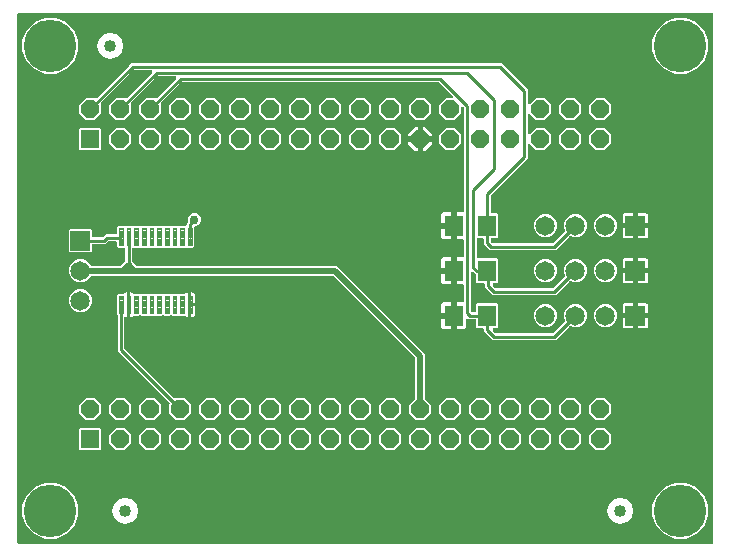
<source format=gbr>
G04 EAGLE Gerber RS-274X export*
G75*
%MOMM*%
%FSLAX34Y34*%
%LPD*%
%INTop Copper*%
%IPPOS*%
%AMOC8*
5,1,8,0,0,1.08239X$1,22.5*%
G01*
%ADD10C,1.016000*%
%ADD11C,4.445000*%
%ADD12R,1.600000X1.803000*%
%ADD13R,1.651000X1.651000*%
%ADD14C,1.651000*%
%ADD15C,0.102500*%
%ADD16R,1.524000X1.524000*%
%ADD17P,1.649562X8X22.500000*%
%ADD18C,0.508000*%
%ADD19C,0.254000*%
%ADD20C,0.756400*%

G36*
X598288Y10176D02*
X598288Y10176D01*
X598407Y10183D01*
X598445Y10196D01*
X598486Y10201D01*
X598596Y10244D01*
X598709Y10281D01*
X598744Y10303D01*
X598781Y10318D01*
X598877Y10387D01*
X598978Y10451D01*
X599006Y10481D01*
X599039Y10504D01*
X599115Y10596D01*
X599196Y10683D01*
X599216Y10718D01*
X599241Y10749D01*
X599292Y10857D01*
X599350Y10961D01*
X599360Y11001D01*
X599377Y11037D01*
X599399Y11154D01*
X599429Y11269D01*
X599433Y11329D01*
X599437Y11349D01*
X599435Y11370D01*
X599439Y11430D01*
X599439Y458470D01*
X599424Y458588D01*
X599417Y458707D01*
X599404Y458745D01*
X599399Y458786D01*
X599356Y458896D01*
X599319Y459009D01*
X599297Y459044D01*
X599282Y459081D01*
X599213Y459177D01*
X599149Y459278D01*
X599119Y459306D01*
X599096Y459339D01*
X599004Y459415D01*
X598917Y459496D01*
X598882Y459516D01*
X598851Y459541D01*
X598743Y459592D01*
X598639Y459650D01*
X598599Y459660D01*
X598563Y459677D01*
X598446Y459699D01*
X598331Y459729D01*
X598271Y459733D01*
X598251Y459737D01*
X598230Y459735D01*
X598170Y459739D01*
X11430Y459739D01*
X11312Y459724D01*
X11193Y459717D01*
X11155Y459704D01*
X11114Y459699D01*
X11004Y459656D01*
X10891Y459619D01*
X10856Y459597D01*
X10819Y459582D01*
X10723Y459513D01*
X10622Y459449D01*
X10594Y459419D01*
X10561Y459396D01*
X10485Y459304D01*
X10404Y459217D01*
X10384Y459182D01*
X10359Y459151D01*
X10308Y459043D01*
X10250Y458939D01*
X10240Y458899D01*
X10223Y458863D01*
X10201Y458746D01*
X10171Y458631D01*
X10167Y458571D01*
X10163Y458551D01*
X10165Y458530D01*
X10161Y458470D01*
X10161Y11430D01*
X10176Y11312D01*
X10183Y11193D01*
X10196Y11155D01*
X10201Y11114D01*
X10244Y11004D01*
X10281Y10891D01*
X10303Y10856D01*
X10318Y10819D01*
X10387Y10723D01*
X10451Y10622D01*
X10481Y10594D01*
X10504Y10561D01*
X10596Y10485D01*
X10683Y10404D01*
X10718Y10384D01*
X10749Y10359D01*
X10857Y10308D01*
X10961Y10250D01*
X11001Y10240D01*
X11037Y10223D01*
X11154Y10201D01*
X11269Y10171D01*
X11329Y10167D01*
X11349Y10163D01*
X11370Y10165D01*
X11430Y10161D01*
X598170Y10161D01*
X598288Y10176D01*
G37*
%LPC*%
G36*
X412862Y182625D02*
X412862Y182625D01*
X405125Y190362D01*
X405125Y191391D01*
X405110Y191509D01*
X405103Y191628D01*
X405090Y191666D01*
X405085Y191707D01*
X405042Y191817D01*
X405005Y191930D01*
X404983Y191965D01*
X404968Y192002D01*
X404899Y192098D01*
X404835Y192199D01*
X404805Y192227D01*
X404782Y192260D01*
X404690Y192336D01*
X404603Y192417D01*
X404568Y192437D01*
X404537Y192462D01*
X404429Y192513D01*
X404325Y192571D01*
X404285Y192581D01*
X404249Y192598D01*
X404132Y192620D01*
X404017Y192650D01*
X403957Y192654D01*
X403937Y192658D01*
X403916Y192656D01*
X403856Y192660D01*
X399288Y192660D01*
X398395Y193553D01*
X398395Y199136D01*
X398380Y199254D01*
X398373Y199373D01*
X398360Y199411D01*
X398355Y199452D01*
X398312Y199562D01*
X398275Y199675D01*
X398253Y199710D01*
X398238Y199747D01*
X398169Y199843D01*
X398105Y199944D01*
X398075Y199972D01*
X398052Y200005D01*
X397960Y200081D01*
X397873Y200162D01*
X397838Y200182D01*
X397807Y200207D01*
X397699Y200258D01*
X397595Y200316D01*
X397555Y200326D01*
X397519Y200343D01*
X397402Y200365D01*
X397287Y200395D01*
X397227Y200399D01*
X397207Y200403D01*
X397186Y200401D01*
X397126Y200405D01*
X392542Y200405D01*
X392187Y200760D01*
X392077Y200846D01*
X391970Y200934D01*
X391952Y200943D01*
X391936Y200955D01*
X391808Y201010D01*
X391683Y201070D01*
X391663Y201073D01*
X391644Y201082D01*
X391507Y201103D01*
X391370Y201129D01*
X391350Y201128D01*
X391330Y201131D01*
X391191Y201118D01*
X391053Y201110D01*
X391034Y201103D01*
X391014Y201102D01*
X390883Y201055D01*
X390750Y201012D01*
X390733Y201001D01*
X390714Y200994D01*
X390600Y200916D01*
X390482Y200841D01*
X390468Y200827D01*
X390451Y200815D01*
X390359Y200711D01*
X390264Y200610D01*
X390254Y200592D01*
X390241Y200577D01*
X390178Y200453D01*
X390110Y200331D01*
X390105Y200312D01*
X390096Y200294D01*
X390066Y200158D01*
X390031Y200023D01*
X390029Y199995D01*
X390026Y199983D01*
X390027Y199963D01*
X390021Y199863D01*
X390021Y193851D01*
X389848Y193204D01*
X389513Y192625D01*
X389040Y192152D01*
X388461Y191817D01*
X387814Y191644D01*
X382019Y191644D01*
X382019Y201930D01*
X382004Y202048D01*
X381997Y202167D01*
X381984Y202205D01*
X381979Y202245D01*
X381935Y202356D01*
X381899Y202469D01*
X381877Y202504D01*
X381862Y202541D01*
X381792Y202637D01*
X381729Y202738D01*
X381699Y202766D01*
X381675Y202798D01*
X381584Y202874D01*
X381497Y202956D01*
X381462Y202975D01*
X381430Y203001D01*
X381323Y203052D01*
X381219Y203109D01*
X381179Y203120D01*
X381143Y203137D01*
X381026Y203159D01*
X380911Y203189D01*
X380850Y203193D01*
X380830Y203197D01*
X380810Y203195D01*
X380750Y203199D01*
X379479Y203199D01*
X379479Y203201D01*
X380750Y203201D01*
X380868Y203216D01*
X380987Y203223D01*
X381025Y203236D01*
X381065Y203241D01*
X381176Y203285D01*
X381289Y203321D01*
X381324Y203343D01*
X381361Y203358D01*
X381457Y203428D01*
X381558Y203491D01*
X381586Y203521D01*
X381618Y203545D01*
X381694Y203636D01*
X381776Y203723D01*
X381795Y203758D01*
X381821Y203790D01*
X381872Y203897D01*
X381929Y204001D01*
X381940Y204041D01*
X381957Y204077D01*
X381979Y204194D01*
X382009Y204309D01*
X382013Y204370D01*
X382017Y204390D01*
X382015Y204410D01*
X382019Y204470D01*
X382019Y214756D01*
X387096Y214756D01*
X387214Y214771D01*
X387333Y214778D01*
X387371Y214791D01*
X387412Y214796D01*
X387522Y214839D01*
X387635Y214876D01*
X387670Y214898D01*
X387707Y214913D01*
X387803Y214982D01*
X387904Y215046D01*
X387932Y215076D01*
X387965Y215099D01*
X388040Y215191D01*
X388122Y215278D01*
X388142Y215313D01*
X388167Y215344D01*
X388218Y215452D01*
X388276Y215556D01*
X388286Y215595D01*
X388303Y215632D01*
X388325Y215749D01*
X388355Y215864D01*
X388359Y215924D01*
X388363Y215944D01*
X388361Y215965D01*
X388365Y216025D01*
X388365Y228475D01*
X388350Y228593D01*
X388343Y228712D01*
X388330Y228750D01*
X388325Y228791D01*
X388282Y228901D01*
X388245Y229014D01*
X388223Y229049D01*
X388208Y229086D01*
X388139Y229182D01*
X388075Y229283D01*
X388045Y229311D01*
X388022Y229344D01*
X387930Y229420D01*
X387843Y229501D01*
X387808Y229521D01*
X387777Y229546D01*
X387669Y229597D01*
X387565Y229655D01*
X387525Y229665D01*
X387489Y229682D01*
X387372Y229704D01*
X387257Y229734D01*
X387197Y229738D01*
X387177Y229742D01*
X387156Y229740D01*
X387096Y229744D01*
X382019Y229744D01*
X382019Y240030D01*
X382004Y240148D01*
X381997Y240267D01*
X381984Y240305D01*
X381979Y240345D01*
X381935Y240456D01*
X381899Y240569D01*
X381877Y240604D01*
X381862Y240641D01*
X381792Y240737D01*
X381729Y240838D01*
X381699Y240866D01*
X381675Y240898D01*
X381584Y240974D01*
X381497Y241056D01*
X381462Y241075D01*
X381430Y241101D01*
X381323Y241152D01*
X381219Y241209D01*
X381179Y241220D01*
X381143Y241237D01*
X381026Y241259D01*
X380911Y241289D01*
X380850Y241293D01*
X380830Y241297D01*
X380810Y241295D01*
X380750Y241299D01*
X379479Y241299D01*
X379479Y241301D01*
X380750Y241301D01*
X380868Y241316D01*
X380987Y241323D01*
X381025Y241336D01*
X381065Y241341D01*
X381176Y241385D01*
X381289Y241421D01*
X381324Y241443D01*
X381361Y241458D01*
X381457Y241528D01*
X381558Y241591D01*
X381586Y241621D01*
X381618Y241645D01*
X381694Y241736D01*
X381776Y241823D01*
X381795Y241858D01*
X381821Y241890D01*
X381872Y241997D01*
X381929Y242101D01*
X381940Y242141D01*
X381957Y242177D01*
X381979Y242294D01*
X382009Y242409D01*
X382013Y242470D01*
X382017Y242490D01*
X382015Y242510D01*
X382019Y242570D01*
X382019Y252856D01*
X387096Y252856D01*
X387214Y252871D01*
X387333Y252878D01*
X387371Y252891D01*
X387412Y252896D01*
X387522Y252939D01*
X387635Y252976D01*
X387670Y252998D01*
X387707Y253013D01*
X387803Y253082D01*
X387904Y253146D01*
X387932Y253176D01*
X387965Y253199D01*
X388040Y253291D01*
X388122Y253378D01*
X388142Y253413D01*
X388167Y253444D01*
X388218Y253552D01*
X388276Y253656D01*
X388286Y253695D01*
X388303Y253732D01*
X388325Y253849D01*
X388355Y253964D01*
X388359Y254024D01*
X388363Y254044D01*
X388361Y254065D01*
X388365Y254125D01*
X388365Y266575D01*
X388350Y266693D01*
X388343Y266812D01*
X388330Y266850D01*
X388325Y266891D01*
X388282Y267001D01*
X388245Y267114D01*
X388223Y267149D01*
X388208Y267186D01*
X388139Y267282D01*
X388075Y267383D01*
X388045Y267411D01*
X388022Y267444D01*
X387930Y267520D01*
X387843Y267601D01*
X387808Y267621D01*
X387777Y267646D01*
X387669Y267697D01*
X387565Y267755D01*
X387525Y267765D01*
X387489Y267782D01*
X387372Y267804D01*
X387257Y267834D01*
X387197Y267838D01*
X387177Y267842D01*
X387156Y267840D01*
X387096Y267844D01*
X382019Y267844D01*
X382019Y278130D01*
X382004Y278248D01*
X381997Y278367D01*
X381984Y278405D01*
X381979Y278445D01*
X381935Y278556D01*
X381899Y278669D01*
X381877Y278704D01*
X381862Y278741D01*
X381792Y278837D01*
X381729Y278938D01*
X381699Y278966D01*
X381675Y278998D01*
X381584Y279074D01*
X381497Y279156D01*
X381462Y279175D01*
X381430Y279201D01*
X381323Y279252D01*
X381219Y279309D01*
X381179Y279320D01*
X381143Y279337D01*
X381026Y279359D01*
X380911Y279389D01*
X380850Y279393D01*
X380830Y279397D01*
X380810Y279395D01*
X380750Y279399D01*
X379479Y279399D01*
X379479Y279401D01*
X380750Y279401D01*
X380868Y279416D01*
X380987Y279423D01*
X381025Y279436D01*
X381065Y279441D01*
X381176Y279485D01*
X381289Y279521D01*
X381324Y279543D01*
X381361Y279558D01*
X381457Y279628D01*
X381558Y279691D01*
X381586Y279721D01*
X381618Y279745D01*
X381694Y279836D01*
X381776Y279923D01*
X381795Y279958D01*
X381821Y279990D01*
X381872Y280097D01*
X381929Y280201D01*
X381940Y280241D01*
X381957Y280277D01*
X381979Y280394D01*
X382009Y280509D01*
X382013Y280570D01*
X382017Y280590D01*
X382015Y280610D01*
X382019Y280670D01*
X382019Y290956D01*
X387096Y290956D01*
X387214Y290971D01*
X387333Y290978D01*
X387371Y290991D01*
X387412Y290996D01*
X387522Y291039D01*
X387635Y291076D01*
X387670Y291098D01*
X387707Y291113D01*
X387803Y291182D01*
X387904Y291246D01*
X387932Y291276D01*
X387965Y291299D01*
X388040Y291391D01*
X388122Y291478D01*
X388142Y291513D01*
X388167Y291544D01*
X388218Y291652D01*
X388276Y291756D01*
X388286Y291795D01*
X388303Y291832D01*
X388325Y291949D01*
X388355Y292064D01*
X388359Y292124D01*
X388363Y292144D01*
X388361Y292165D01*
X388365Y292225D01*
X388365Y379317D01*
X388353Y379415D01*
X388350Y379514D01*
X388333Y379572D01*
X388325Y379632D01*
X388289Y379724D01*
X388262Y379819D01*
X388231Y379871D01*
X388208Y379928D01*
X388150Y380008D01*
X388100Y380093D01*
X388034Y380169D01*
X388022Y380185D01*
X388012Y380193D01*
X387994Y380214D01*
X387912Y380296D01*
X387802Y380381D01*
X387695Y380470D01*
X387676Y380479D01*
X387660Y380491D01*
X387532Y380547D01*
X387407Y380606D01*
X387387Y380609D01*
X387369Y380617D01*
X387231Y380639D01*
X387094Y380665D01*
X387074Y380664D01*
X387054Y380667D01*
X386916Y380654D01*
X386777Y380646D01*
X386758Y380639D01*
X386738Y380638D01*
X386607Y380591D01*
X386475Y380548D01*
X386458Y380537D01*
X386439Y380530D01*
X386324Y380452D01*
X386206Y380377D01*
X386192Y380363D01*
X386175Y380351D01*
X386083Y380247D01*
X385988Y380146D01*
X385978Y380128D01*
X385965Y380113D01*
X385902Y379989D01*
X385834Y379867D01*
X385829Y379848D01*
X385820Y379830D01*
X385790Y379694D01*
X385755Y379559D01*
X385753Y379531D01*
X385751Y379520D01*
X385751Y379499D01*
X385745Y379399D01*
X385745Y374412D01*
X380388Y369055D01*
X372812Y369055D01*
X367455Y374412D01*
X367455Y381988D01*
X372812Y387345D01*
X377799Y387345D01*
X377936Y387362D01*
X378075Y387375D01*
X378094Y387382D01*
X378114Y387385D01*
X378243Y387436D01*
X378374Y387483D01*
X378391Y387494D01*
X378410Y387502D01*
X378522Y387583D01*
X378637Y387661D01*
X378651Y387677D01*
X378667Y387688D01*
X378756Y387796D01*
X378848Y387900D01*
X378857Y387918D01*
X378870Y387933D01*
X378929Y388059D01*
X378993Y388183D01*
X378997Y388203D01*
X379006Y388221D01*
X379032Y388357D01*
X379062Y388493D01*
X379062Y388514D01*
X379065Y388533D01*
X379057Y388672D01*
X379053Y388811D01*
X379047Y388831D01*
X379046Y388851D01*
X379003Y388983D01*
X378964Y389117D01*
X378954Y389134D01*
X378948Y389153D01*
X378873Y389271D01*
X378803Y389391D01*
X378784Y389412D01*
X378777Y389422D01*
X378762Y389436D01*
X378696Y389511D01*
X367514Y400694D01*
X367436Y400754D01*
X367364Y400822D01*
X367311Y400851D01*
X367263Y400888D01*
X367172Y400928D01*
X367085Y400976D01*
X367027Y400991D01*
X366971Y401015D01*
X366873Y401030D01*
X366777Y401055D01*
X366677Y401061D01*
X366657Y401065D01*
X366645Y401063D01*
X366617Y401065D01*
X149943Y401065D01*
X149845Y401053D01*
X149746Y401050D01*
X149688Y401033D01*
X149628Y401025D01*
X149536Y400989D01*
X149441Y400961D01*
X149388Y400931D01*
X149332Y400908D01*
X149252Y400850D01*
X149167Y400800D01*
X149091Y400734D01*
X149075Y400722D01*
X149067Y400712D01*
X149046Y400694D01*
X131940Y383588D01*
X131867Y383493D01*
X131788Y383404D01*
X131770Y383368D01*
X131745Y383336D01*
X131698Y383227D01*
X131644Y383121D01*
X131635Y383082D01*
X131619Y383045D01*
X131600Y382927D01*
X131574Y382811D01*
X131575Y382770D01*
X131569Y382730D01*
X131580Y382612D01*
X131584Y382493D01*
X131595Y382454D01*
X131599Y382414D01*
X131639Y382302D01*
X131672Y382187D01*
X131693Y382153D01*
X131706Y382115D01*
X131745Y382058D01*
X131745Y374412D01*
X126388Y369055D01*
X118812Y369055D01*
X113455Y374412D01*
X113455Y381988D01*
X118812Y387345D01*
X126445Y387345D01*
X126553Y387298D01*
X126659Y387244D01*
X126699Y387235D01*
X126736Y387219D01*
X126853Y387200D01*
X126969Y387174D01*
X127010Y387175D01*
X127050Y387169D01*
X127168Y387180D01*
X127287Y387184D01*
X127326Y387195D01*
X127366Y387199D01*
X127479Y387239D01*
X127593Y387272D01*
X127628Y387293D01*
X127666Y387306D01*
X127764Y387373D01*
X127867Y387434D01*
X127912Y387473D01*
X127929Y387485D01*
X127942Y387500D01*
X127988Y387540D01*
X144426Y403979D01*
X144511Y404088D01*
X144600Y404195D01*
X144609Y404214D01*
X144621Y404230D01*
X144677Y404358D01*
X144736Y404483D01*
X144739Y404503D01*
X144747Y404522D01*
X144769Y404660D01*
X144795Y404796D01*
X144794Y404816D01*
X144797Y404836D01*
X144784Y404975D01*
X144776Y405113D01*
X144769Y405132D01*
X144768Y405152D01*
X144720Y405284D01*
X144678Y405415D01*
X144667Y405433D01*
X144660Y405452D01*
X144582Y405567D01*
X144507Y405684D01*
X144493Y405698D01*
X144481Y405715D01*
X144377Y405807D01*
X144276Y405902D01*
X144258Y405912D01*
X144243Y405925D01*
X144119Y405988D01*
X143997Y406056D01*
X143978Y406061D01*
X143960Y406070D01*
X143824Y406100D01*
X143689Y406135D01*
X143661Y406137D01*
X143649Y406140D01*
X143629Y406139D01*
X143529Y406145D01*
X129623Y406145D01*
X129525Y406133D01*
X129426Y406130D01*
X129368Y406113D01*
X129308Y406105D01*
X129216Y406069D01*
X129121Y406041D01*
X129068Y406011D01*
X129012Y405988D01*
X128932Y405930D01*
X128847Y405880D01*
X128771Y405814D01*
X128755Y405802D01*
X128747Y405792D01*
X128726Y405774D01*
X106540Y383588D01*
X106467Y383493D01*
X106388Y383404D01*
X106370Y383368D01*
X106345Y383336D01*
X106298Y383227D01*
X106244Y383121D01*
X106235Y383082D01*
X106219Y383044D01*
X106200Y382927D01*
X106174Y382811D01*
X106175Y382770D01*
X106169Y382730D01*
X106180Y382612D01*
X106184Y382493D01*
X106195Y382454D01*
X106199Y382414D01*
X106239Y382302D01*
X106272Y382187D01*
X106293Y382153D01*
X106306Y382114D01*
X106345Y382058D01*
X106345Y374412D01*
X100988Y369055D01*
X93412Y369055D01*
X88055Y374412D01*
X88055Y381988D01*
X93412Y387345D01*
X101045Y387345D01*
X101153Y387298D01*
X101259Y387244D01*
X101299Y387235D01*
X101336Y387219D01*
X101453Y387200D01*
X101569Y387174D01*
X101610Y387175D01*
X101650Y387169D01*
X101768Y387180D01*
X101887Y387184D01*
X101926Y387195D01*
X101966Y387199D01*
X102078Y387239D01*
X102193Y387272D01*
X102228Y387292D01*
X102266Y387306D01*
X102364Y387373D01*
X102467Y387434D01*
X102512Y387473D01*
X102529Y387485D01*
X102542Y387500D01*
X102588Y387540D01*
X124106Y409059D01*
X124191Y409168D01*
X124280Y409275D01*
X124289Y409294D01*
X124301Y409310D01*
X124357Y409438D01*
X124416Y409563D01*
X124419Y409583D01*
X124427Y409602D01*
X124449Y409740D01*
X124475Y409876D01*
X124474Y409896D01*
X124477Y409916D01*
X124464Y410055D01*
X124456Y410193D01*
X124449Y410212D01*
X124448Y410232D01*
X124400Y410364D01*
X124358Y410495D01*
X124347Y410513D01*
X124340Y410532D01*
X124262Y410647D01*
X124187Y410764D01*
X124173Y410778D01*
X124161Y410795D01*
X124057Y410887D01*
X123956Y410982D01*
X123938Y410992D01*
X123923Y411005D01*
X123799Y411068D01*
X123677Y411136D01*
X123658Y411141D01*
X123640Y411150D01*
X123504Y411180D01*
X123369Y411215D01*
X123341Y411217D01*
X123329Y411220D01*
X123309Y411219D01*
X123209Y411225D01*
X109303Y411225D01*
X109205Y411213D01*
X109106Y411210D01*
X109048Y411193D01*
X108988Y411185D01*
X108896Y411149D01*
X108801Y411121D01*
X108748Y411091D01*
X108692Y411068D01*
X108612Y411010D01*
X108527Y410960D01*
X108451Y410894D01*
X108435Y410882D01*
X108427Y410872D01*
X108406Y410854D01*
X81140Y383588D01*
X81067Y383493D01*
X80988Y383404D01*
X80970Y383368D01*
X80945Y383336D01*
X80898Y383227D01*
X80844Y383121D01*
X80835Y383082D01*
X80819Y383045D01*
X80800Y382927D01*
X80774Y382811D01*
X80775Y382770D01*
X80769Y382730D01*
X80780Y382612D01*
X80784Y382493D01*
X80795Y382454D01*
X80799Y382414D01*
X80839Y382302D01*
X80872Y382187D01*
X80893Y382153D01*
X80906Y382115D01*
X80945Y382058D01*
X80945Y374412D01*
X75588Y369055D01*
X68012Y369055D01*
X62655Y374412D01*
X62655Y381988D01*
X68012Y387345D01*
X75645Y387345D01*
X75753Y387298D01*
X75859Y387244D01*
X75899Y387235D01*
X75936Y387219D01*
X76053Y387200D01*
X76169Y387174D01*
X76210Y387175D01*
X76250Y387169D01*
X76368Y387180D01*
X76487Y387184D01*
X76526Y387195D01*
X76566Y387199D01*
X76679Y387239D01*
X76793Y387272D01*
X76828Y387293D01*
X76866Y387306D01*
X76964Y387373D01*
X77067Y387434D01*
X77112Y387473D01*
X77129Y387485D01*
X77142Y387500D01*
X77188Y387540D01*
X104454Y414806D01*
X106462Y416815D01*
X420258Y416815D01*
X442215Y394858D01*
X442215Y383612D01*
X442232Y383474D01*
X442245Y383335D01*
X442252Y383316D01*
X442255Y383296D01*
X442306Y383167D01*
X442353Y383036D01*
X442364Y383019D01*
X442372Y383000D01*
X442453Y382888D01*
X442531Y382773D01*
X442547Y382759D01*
X442558Y382743D01*
X442666Y382654D01*
X442770Y382562D01*
X442788Y382553D01*
X442803Y382540D01*
X442929Y382481D01*
X443053Y382418D01*
X443073Y382413D01*
X443091Y382405D01*
X443227Y382379D01*
X443363Y382348D01*
X443384Y382349D01*
X443403Y382345D01*
X443542Y382353D01*
X443681Y382358D01*
X443701Y382363D01*
X443721Y382365D01*
X443853Y382407D01*
X443987Y382446D01*
X444004Y382456D01*
X444023Y382463D01*
X444141Y382537D01*
X444261Y382608D01*
X444282Y382626D01*
X444292Y382633D01*
X444306Y382648D01*
X444381Y382714D01*
X449012Y387345D01*
X456588Y387345D01*
X461945Y381988D01*
X461945Y374412D01*
X456588Y369055D01*
X449012Y369055D01*
X444381Y373686D01*
X444272Y373771D01*
X444165Y373860D01*
X444146Y373868D01*
X444130Y373881D01*
X444002Y373936D01*
X443877Y373995D01*
X443857Y373999D01*
X443838Y374007D01*
X443700Y374029D01*
X443564Y374055D01*
X443544Y374054D01*
X443524Y374057D01*
X443385Y374044D01*
X443247Y374035D01*
X443228Y374029D01*
X443208Y374027D01*
X443076Y373980D01*
X442945Y373937D01*
X442927Y373927D01*
X442908Y373920D01*
X442793Y373842D01*
X442676Y373767D01*
X442662Y373752D01*
X442645Y373741D01*
X442553Y373637D01*
X442458Y373536D01*
X442448Y373518D01*
X442435Y373503D01*
X442371Y373379D01*
X442304Y373257D01*
X442299Y373238D01*
X442290Y373219D01*
X442260Y373084D01*
X442225Y372949D01*
X442223Y372921D01*
X442220Y372909D01*
X442221Y372889D01*
X442215Y372788D01*
X442215Y358212D01*
X442232Y358074D01*
X442245Y357935D01*
X442252Y357916D01*
X442255Y357896D01*
X442306Y357767D01*
X442353Y357636D01*
X442364Y357619D01*
X442372Y357600D01*
X442453Y357488D01*
X442531Y357373D01*
X442547Y357359D01*
X442558Y357343D01*
X442666Y357254D01*
X442770Y357162D01*
X442788Y357153D01*
X442803Y357140D01*
X442929Y357081D01*
X443053Y357018D01*
X443073Y357013D01*
X443091Y357005D01*
X443227Y356979D01*
X443363Y356948D01*
X443384Y356949D01*
X443403Y356945D01*
X443542Y356953D01*
X443681Y356958D01*
X443701Y356963D01*
X443721Y356965D01*
X443853Y357007D01*
X443987Y357046D01*
X444004Y357056D01*
X444023Y357063D01*
X444141Y357137D01*
X444261Y357208D01*
X444282Y357226D01*
X444292Y357233D01*
X444306Y357248D01*
X444381Y357314D01*
X449012Y361945D01*
X456588Y361945D01*
X461945Y356588D01*
X461945Y349012D01*
X456588Y343655D01*
X449012Y343655D01*
X444381Y348286D01*
X444272Y348371D01*
X444165Y348460D01*
X444146Y348468D01*
X444130Y348481D01*
X444002Y348536D01*
X443877Y348595D01*
X443857Y348599D01*
X443838Y348607D01*
X443700Y348629D01*
X443564Y348655D01*
X443544Y348654D01*
X443524Y348657D01*
X443385Y348644D01*
X443247Y348635D01*
X443228Y348629D01*
X443208Y348627D01*
X443076Y348580D01*
X442945Y348537D01*
X442927Y348527D01*
X442908Y348520D01*
X442793Y348442D01*
X442676Y348367D01*
X442662Y348352D01*
X442645Y348341D01*
X442553Y348237D01*
X442458Y348136D01*
X442448Y348118D01*
X442435Y348103D01*
X442371Y347979D01*
X442304Y347857D01*
X442299Y347838D01*
X442290Y347819D01*
X442260Y347684D01*
X442225Y347549D01*
X442223Y347521D01*
X442220Y347509D01*
X442221Y347489D01*
X442215Y347388D01*
X442215Y336662D01*
X411086Y305534D01*
X411026Y305456D01*
X410958Y305384D01*
X410929Y305331D01*
X410892Y305283D01*
X410852Y305192D01*
X410804Y305105D01*
X410789Y305047D01*
X410783Y305032D01*
X410777Y305020D01*
X410777Y305018D01*
X410765Y304991D01*
X410750Y304893D01*
X410725Y304797D01*
X410720Y304722D01*
X410717Y304707D01*
X410718Y304694D01*
X410715Y304677D01*
X410717Y304665D01*
X410715Y304637D01*
X410715Y291209D01*
X410730Y291091D01*
X410737Y290972D01*
X410750Y290934D01*
X410755Y290893D01*
X410798Y290783D01*
X410835Y290670D01*
X410857Y290635D01*
X410872Y290598D01*
X410941Y290502D01*
X411005Y290401D01*
X411035Y290373D01*
X411058Y290340D01*
X411150Y290264D01*
X411237Y290183D01*
X411272Y290163D01*
X411303Y290138D01*
X411411Y290087D01*
X411515Y290029D01*
X411555Y290019D01*
X411591Y290002D01*
X411708Y289980D01*
X411823Y289950D01*
X411883Y289946D01*
X411903Y289942D01*
X411924Y289944D01*
X411984Y289940D01*
X416552Y289940D01*
X417445Y289047D01*
X417445Y269753D01*
X416552Y268860D01*
X411984Y268860D01*
X411866Y268845D01*
X411747Y268838D01*
X411709Y268825D01*
X411668Y268820D01*
X411558Y268777D01*
X411445Y268740D01*
X411410Y268718D01*
X411373Y268703D01*
X411277Y268634D01*
X411176Y268570D01*
X411148Y268540D01*
X411115Y268517D01*
X411039Y268425D01*
X410958Y268338D01*
X410938Y268303D01*
X410913Y268272D01*
X410862Y268164D01*
X410804Y268060D01*
X410794Y268020D01*
X410777Y267984D01*
X410755Y267867D01*
X410725Y267752D01*
X410721Y267692D01*
X410717Y267672D01*
X410719Y267651D01*
X410715Y267591D01*
X410715Y266863D01*
X410727Y266765D01*
X410730Y266666D01*
X410747Y266608D01*
X410755Y266548D01*
X410791Y266456D01*
X410819Y266361D01*
X410849Y266308D01*
X410872Y266252D01*
X410930Y266172D01*
X410980Y266087D01*
X411046Y266011D01*
X411058Y265995D01*
X411068Y265987D01*
X411086Y265966D01*
X412266Y264786D01*
X412344Y264726D01*
X412416Y264658D01*
X412469Y264629D01*
X412517Y264592D01*
X412608Y264552D01*
X412695Y264504D01*
X412753Y264489D01*
X412809Y264465D01*
X412907Y264450D01*
X413003Y264425D01*
X413103Y264419D01*
X413123Y264415D01*
X413135Y264417D01*
X413163Y264415D01*
X463137Y264415D01*
X463235Y264427D01*
X463334Y264430D01*
X463392Y264447D01*
X463452Y264455D01*
X463544Y264491D01*
X463639Y264519D01*
X463692Y264549D01*
X463748Y264572D01*
X463828Y264630D01*
X463913Y264680D01*
X463989Y264746D01*
X464005Y264758D01*
X464013Y264768D01*
X464034Y264786D01*
X473358Y274110D01*
X473376Y274133D01*
X473398Y274152D01*
X473473Y274258D01*
X473553Y274361D01*
X473564Y274388D01*
X473581Y274412D01*
X473627Y274534D01*
X473679Y274653D01*
X473684Y274682D01*
X473694Y274710D01*
X473708Y274839D01*
X473729Y274967D01*
X473726Y274997D01*
X473729Y275026D01*
X473711Y275154D01*
X473699Y275284D01*
X473689Y275312D01*
X473685Y275341D01*
X473633Y275493D01*
X472820Y277455D01*
X472820Y281345D01*
X474309Y284940D01*
X477060Y287691D01*
X480655Y289180D01*
X484545Y289180D01*
X488140Y287691D01*
X490891Y284940D01*
X492380Y281345D01*
X492380Y277455D01*
X490891Y273860D01*
X488140Y271109D01*
X484545Y269620D01*
X480655Y269620D01*
X478693Y270433D01*
X478665Y270441D01*
X478638Y270454D01*
X478512Y270482D01*
X478386Y270517D01*
X478357Y270517D01*
X478328Y270524D01*
X478198Y270520D01*
X478068Y270522D01*
X478040Y270515D01*
X478010Y270514D01*
X477886Y270478D01*
X477759Y270448D01*
X477733Y270434D01*
X477705Y270426D01*
X477593Y270360D01*
X477478Y270299D01*
X477456Y270279D01*
X477431Y270264D01*
X477310Y270158D01*
X467986Y260834D01*
X465978Y258825D01*
X410322Y258825D01*
X405125Y264022D01*
X405125Y267591D01*
X405110Y267709D01*
X405103Y267828D01*
X405090Y267866D01*
X405085Y267907D01*
X405042Y268017D01*
X405005Y268130D01*
X404983Y268165D01*
X404968Y268202D01*
X404899Y268298D01*
X404835Y268399D01*
X404805Y268427D01*
X404782Y268460D01*
X404690Y268536D01*
X404603Y268617D01*
X404568Y268637D01*
X404537Y268662D01*
X404429Y268713D01*
X404325Y268771D01*
X404285Y268781D01*
X404249Y268798D01*
X404132Y268820D01*
X404017Y268850D01*
X403957Y268854D01*
X403937Y268858D01*
X403916Y268856D01*
X403856Y268860D01*
X400304Y268860D01*
X400186Y268845D01*
X400067Y268838D01*
X400029Y268825D01*
X399988Y268820D01*
X399878Y268777D01*
X399765Y268740D01*
X399730Y268718D01*
X399693Y268703D01*
X399597Y268634D01*
X399496Y268570D01*
X399468Y268540D01*
X399435Y268517D01*
X399359Y268425D01*
X399278Y268338D01*
X399258Y268303D01*
X399233Y268272D01*
X399182Y268164D01*
X399124Y268060D01*
X399114Y268020D01*
X399097Y267984D01*
X399075Y267867D01*
X399045Y267752D01*
X399041Y267692D01*
X399037Y267672D01*
X399039Y267651D01*
X399035Y267591D01*
X399035Y253109D01*
X399050Y252991D01*
X399057Y252872D01*
X399070Y252834D01*
X399075Y252793D01*
X399118Y252683D01*
X399155Y252570D01*
X399177Y252535D01*
X399192Y252498D01*
X399261Y252402D01*
X399325Y252301D01*
X399355Y252273D01*
X399378Y252240D01*
X399470Y252164D01*
X399557Y252083D01*
X399592Y252063D01*
X399623Y252038D01*
X399731Y251987D01*
X399835Y251929D01*
X399875Y251919D01*
X399911Y251902D01*
X400028Y251880D01*
X400143Y251850D01*
X400203Y251846D01*
X400223Y251842D01*
X400244Y251844D01*
X400304Y251840D01*
X416552Y251840D01*
X417445Y250947D01*
X417445Y231653D01*
X416552Y230760D01*
X413796Y230760D01*
X413659Y230743D01*
X413520Y230730D01*
X413501Y230723D01*
X413481Y230720D01*
X413352Y230669D01*
X413221Y230622D01*
X413204Y230611D01*
X413185Y230603D01*
X413073Y230522D01*
X412958Y230444D01*
X412944Y230428D01*
X412928Y230417D01*
X412839Y230309D01*
X412747Y230205D01*
X412738Y230187D01*
X412725Y230172D01*
X412666Y230046D01*
X412602Y229922D01*
X412598Y229902D01*
X412589Y229884D01*
X412563Y229747D01*
X412533Y229612D01*
X412533Y229591D01*
X412530Y229572D01*
X412538Y229433D01*
X412542Y229294D01*
X412548Y229274D01*
X412549Y229254D01*
X412592Y229122D01*
X412631Y228988D01*
X412641Y228971D01*
X412647Y228952D01*
X412722Y228834D01*
X412792Y228714D01*
X412811Y228693D01*
X412818Y228683D01*
X412833Y228669D01*
X412899Y228594D01*
X414806Y226686D01*
X414884Y226626D01*
X414956Y226558D01*
X415009Y226529D01*
X415057Y226492D01*
X415148Y226452D01*
X415235Y226404D01*
X415293Y226389D01*
X415349Y226365D01*
X415447Y226350D01*
X415543Y226325D01*
X415643Y226319D01*
X415663Y226315D01*
X415675Y226317D01*
X415703Y226315D01*
X463137Y226315D01*
X463235Y226327D01*
X463334Y226330D01*
X463392Y226347D01*
X463452Y226355D01*
X463544Y226391D01*
X463639Y226419D01*
X463692Y226449D01*
X463748Y226472D01*
X463828Y226530D01*
X463913Y226580D01*
X463989Y226646D01*
X464005Y226658D01*
X464013Y226668D01*
X464034Y226686D01*
X473358Y236010D01*
X473376Y236033D01*
X473398Y236052D01*
X473473Y236159D01*
X473553Y236261D01*
X473564Y236288D01*
X473581Y236312D01*
X473627Y236434D01*
X473679Y236553D01*
X473684Y236582D01*
X473694Y236610D01*
X473708Y236739D01*
X473729Y236867D01*
X473726Y236897D01*
X473729Y236926D01*
X473711Y237054D01*
X473699Y237184D01*
X473689Y237212D01*
X473685Y237241D01*
X473633Y237393D01*
X472820Y239355D01*
X472820Y243245D01*
X474309Y246840D01*
X477060Y249591D01*
X480655Y251080D01*
X484545Y251080D01*
X488140Y249591D01*
X490891Y246840D01*
X492380Y243245D01*
X492380Y239355D01*
X490891Y235760D01*
X488140Y233009D01*
X484545Y231520D01*
X480655Y231520D01*
X478693Y232333D01*
X478665Y232341D01*
X478638Y232354D01*
X478512Y232382D01*
X478386Y232417D01*
X478357Y232417D01*
X478328Y232424D01*
X478198Y232420D01*
X478068Y232422D01*
X478040Y232415D01*
X478010Y232414D01*
X477886Y232378D01*
X477759Y232348D01*
X477733Y232334D01*
X477705Y232326D01*
X477593Y232260D01*
X477478Y232199D01*
X477456Y232179D01*
X477431Y232164D01*
X477310Y232058D01*
X465978Y220725D01*
X412862Y220725D01*
X406145Y227442D01*
X406145Y229491D01*
X406130Y229609D01*
X406123Y229728D01*
X406110Y229766D01*
X406105Y229807D01*
X406062Y229917D01*
X406025Y230030D01*
X406003Y230065D01*
X405988Y230102D01*
X405919Y230198D01*
X405855Y230299D01*
X405825Y230327D01*
X405802Y230360D01*
X405710Y230436D01*
X405623Y230517D01*
X405588Y230537D01*
X405557Y230562D01*
X405449Y230613D01*
X405345Y230671D01*
X405305Y230681D01*
X405269Y230698D01*
X405152Y230720D01*
X405037Y230750D01*
X404977Y230754D01*
X404957Y230758D01*
X404936Y230756D01*
X404876Y230760D01*
X399288Y230760D01*
X398395Y231653D01*
X398395Y237207D01*
X398383Y237305D01*
X398380Y237404D01*
X398363Y237462D01*
X398355Y237522D01*
X398319Y237614D01*
X398291Y237709D01*
X398261Y237762D01*
X398238Y237818D01*
X398180Y237898D01*
X398130Y237983D01*
X398064Y238059D01*
X398052Y238075D01*
X398042Y238083D01*
X398024Y238104D01*
X396121Y240006D01*
X396012Y240091D01*
X395905Y240180D01*
X395886Y240189D01*
X395870Y240201D01*
X395742Y240257D01*
X395617Y240316D01*
X395597Y240319D01*
X395578Y240327D01*
X395440Y240349D01*
X395304Y240375D01*
X395284Y240374D01*
X395264Y240377D01*
X395125Y240364D01*
X394987Y240356D01*
X394968Y240349D01*
X394948Y240348D01*
X394816Y240300D01*
X394685Y240258D01*
X394667Y240247D01*
X394648Y240240D01*
X394533Y240162D01*
X394416Y240087D01*
X394402Y240073D01*
X394385Y240061D01*
X394293Y239957D01*
X394198Y239856D01*
X394188Y239838D01*
X394175Y239823D01*
X394111Y239699D01*
X394044Y239577D01*
X394039Y239558D01*
X394030Y239540D01*
X394000Y239404D01*
X393965Y239269D01*
X393963Y239241D01*
X393960Y239229D01*
X393961Y239209D01*
X393955Y239109D01*
X393955Y207423D01*
X393967Y207325D01*
X393970Y207226D01*
X393987Y207168D01*
X393995Y207108D01*
X394031Y207016D01*
X394059Y206921D01*
X394089Y206868D01*
X394112Y206812D01*
X394170Y206732D01*
X394220Y206647D01*
X394286Y206571D01*
X394298Y206555D01*
X394308Y206547D01*
X394326Y206526D01*
X394486Y206366D01*
X394564Y206306D01*
X394636Y206238D01*
X394689Y206209D01*
X394737Y206172D01*
X394828Y206132D01*
X394915Y206084D01*
X394973Y206069D01*
X395029Y206045D01*
X395127Y206030D01*
X395223Y206005D01*
X395323Y205999D01*
X395343Y205995D01*
X395355Y205997D01*
X395383Y205995D01*
X397126Y205995D01*
X397244Y206010D01*
X397363Y206017D01*
X397401Y206030D01*
X397442Y206035D01*
X397552Y206078D01*
X397665Y206115D01*
X397700Y206137D01*
X397737Y206152D01*
X397833Y206221D01*
X397934Y206285D01*
X397962Y206315D01*
X397995Y206338D01*
X398071Y206430D01*
X398152Y206517D01*
X398172Y206552D01*
X398197Y206583D01*
X398248Y206691D01*
X398306Y206795D01*
X398316Y206835D01*
X398333Y206871D01*
X398355Y206988D01*
X398385Y207103D01*
X398389Y207163D01*
X398393Y207183D01*
X398391Y207204D01*
X398395Y207264D01*
X398395Y212847D01*
X399288Y213740D01*
X416552Y213740D01*
X417445Y212847D01*
X417445Y193553D01*
X416552Y192660D01*
X413796Y192660D01*
X413659Y192643D01*
X413520Y192630D01*
X413501Y192623D01*
X413481Y192620D01*
X413352Y192569D01*
X413221Y192522D01*
X413204Y192511D01*
X413185Y192503D01*
X413073Y192422D01*
X412958Y192344D01*
X412944Y192328D01*
X412928Y192317D01*
X412839Y192209D01*
X412747Y192105D01*
X412738Y192087D01*
X412725Y192072D01*
X412666Y191946D01*
X412602Y191822D01*
X412598Y191802D01*
X412589Y191784D01*
X412563Y191647D01*
X412533Y191512D01*
X412533Y191491D01*
X412530Y191472D01*
X412538Y191333D01*
X412542Y191194D01*
X412548Y191174D01*
X412549Y191154D01*
X412592Y191022D01*
X412631Y190888D01*
X412641Y190871D01*
X412647Y190852D01*
X412722Y190734D01*
X412792Y190614D01*
X412811Y190593D01*
X412818Y190583D01*
X412833Y190569D01*
X412899Y190494D01*
X414806Y188586D01*
X414884Y188526D01*
X414956Y188458D01*
X415009Y188429D01*
X415057Y188392D01*
X415148Y188352D01*
X415235Y188304D01*
X415293Y188289D01*
X415349Y188265D01*
X415447Y188250D01*
X415543Y188225D01*
X415643Y188219D01*
X415663Y188215D01*
X415675Y188217D01*
X415703Y188215D01*
X463137Y188215D01*
X463235Y188227D01*
X463334Y188230D01*
X463392Y188247D01*
X463452Y188255D01*
X463544Y188291D01*
X463639Y188319D01*
X463692Y188349D01*
X463748Y188372D01*
X463828Y188430D01*
X463913Y188480D01*
X463989Y188546D01*
X464005Y188558D01*
X464013Y188568D01*
X464034Y188586D01*
X473358Y197910D01*
X473376Y197933D01*
X473398Y197952D01*
X473473Y198059D01*
X473553Y198161D01*
X473564Y198188D01*
X473581Y198212D01*
X473627Y198334D01*
X473679Y198453D01*
X473684Y198482D01*
X473694Y198510D01*
X473708Y198639D01*
X473729Y198767D01*
X473726Y198797D01*
X473729Y198826D01*
X473711Y198954D01*
X473699Y199084D01*
X473689Y199112D01*
X473685Y199141D01*
X473633Y199293D01*
X472820Y201255D01*
X472820Y205145D01*
X474309Y208740D01*
X477060Y211491D01*
X480655Y212980D01*
X484545Y212980D01*
X488140Y211491D01*
X490891Y208740D01*
X492380Y205145D01*
X492380Y201255D01*
X490891Y197660D01*
X488140Y194909D01*
X484545Y193420D01*
X480655Y193420D01*
X478693Y194233D01*
X478665Y194241D01*
X478638Y194254D01*
X478512Y194282D01*
X478386Y194317D01*
X478357Y194317D01*
X478328Y194324D01*
X478198Y194320D01*
X478068Y194322D01*
X478040Y194315D01*
X478010Y194314D01*
X477885Y194278D01*
X477759Y194248D01*
X477733Y194234D01*
X477705Y194226D01*
X477593Y194160D01*
X477478Y194099D01*
X477456Y194079D01*
X477431Y194064D01*
X477310Y193958D01*
X467986Y184634D01*
X465978Y182625D01*
X412862Y182625D01*
G37*
%LPD*%
%LPC*%
G36*
X347412Y115055D02*
X347412Y115055D01*
X342055Y120412D01*
X342055Y127988D01*
X346764Y132696D01*
X346824Y132774D01*
X346892Y132846D01*
X346921Y132899D01*
X346958Y132947D01*
X346998Y133038D01*
X347046Y133125D01*
X347061Y133184D01*
X347085Y133239D01*
X347100Y133337D01*
X347125Y133433D01*
X347131Y133533D01*
X347135Y133553D01*
X347133Y133566D01*
X347135Y133594D01*
X347135Y167291D01*
X347123Y167389D01*
X347120Y167488D01*
X347103Y167546D01*
X347095Y167606D01*
X347059Y167698D01*
X347031Y167793D01*
X347001Y167845D01*
X346978Y167902D01*
X346920Y167982D01*
X346870Y168067D01*
X346804Y168143D01*
X346792Y168159D01*
X346782Y168167D01*
X346764Y168188D01*
X278088Y236864D01*
X278010Y236924D01*
X277938Y236992D01*
X277885Y237021D01*
X277837Y237058D01*
X277746Y237098D01*
X277659Y237146D01*
X277601Y237161D01*
X277545Y237185D01*
X277447Y237200D01*
X277351Y237225D01*
X277251Y237231D01*
X277231Y237235D01*
X277219Y237233D01*
X277191Y237235D01*
X73250Y237235D01*
X73221Y237232D01*
X73191Y237234D01*
X73063Y237212D01*
X72934Y237195D01*
X72907Y237185D01*
X72878Y237180D01*
X72759Y237126D01*
X72639Y237078D01*
X72615Y237061D01*
X72588Y237049D01*
X72486Y236968D01*
X72381Y236892D01*
X72362Y236869D01*
X72339Y236850D01*
X72262Y236747D01*
X72179Y236647D01*
X72166Y236620D01*
X72148Y236596D01*
X72077Y236452D01*
X71791Y235760D01*
X69040Y233009D01*
X65445Y231520D01*
X61555Y231520D01*
X57960Y233009D01*
X55209Y235760D01*
X53720Y239355D01*
X53720Y243245D01*
X55209Y246840D01*
X57960Y249591D01*
X61555Y251080D01*
X65445Y251080D01*
X69040Y249591D01*
X71791Y246840D01*
X72077Y246148D01*
X72092Y246123D01*
X72101Y246095D01*
X72171Y245985D01*
X72235Y245872D01*
X72255Y245851D01*
X72271Y245826D01*
X72366Y245737D01*
X72456Y245644D01*
X72481Y245628D01*
X72503Y245608D01*
X72616Y245545D01*
X72727Y245477D01*
X72755Y245469D01*
X72781Y245454D01*
X72907Y245422D01*
X73031Y245384D01*
X73061Y245382D01*
X73089Y245375D01*
X73250Y245365D01*
X96961Y245365D01*
X97059Y245377D01*
X97158Y245380D01*
X97216Y245397D01*
X97276Y245405D01*
X97368Y245441D01*
X97463Y245469D01*
X97515Y245499D01*
X97572Y245522D01*
X97652Y245580D01*
X97737Y245630D01*
X97813Y245696D01*
X97829Y245708D01*
X97837Y245718D01*
X97858Y245736D01*
X101084Y248962D01*
X101144Y249040D01*
X101212Y249112D01*
X101241Y249165D01*
X101278Y249213D01*
X101318Y249304D01*
X101366Y249391D01*
X101381Y249449D01*
X101405Y249505D01*
X101420Y249603D01*
X101445Y249699D01*
X101451Y249799D01*
X101455Y249819D01*
X101453Y249831D01*
X101455Y249859D01*
X101455Y259356D01*
X101440Y259474D01*
X101433Y259593D01*
X101420Y259631D01*
X101415Y259672D01*
X101372Y259782D01*
X101335Y259895D01*
X101313Y259930D01*
X101298Y259967D01*
X101229Y260063D01*
X101165Y260164D01*
X101135Y260192D01*
X101112Y260225D01*
X101020Y260301D01*
X100933Y260382D01*
X100898Y260402D01*
X100867Y260427D01*
X100759Y260478D01*
X100655Y260536D01*
X100615Y260546D01*
X100579Y260563D01*
X100462Y260585D01*
X100347Y260615D01*
X100287Y260619D01*
X100267Y260623D01*
X100246Y260621D01*
X100186Y260625D01*
X95369Y260625D01*
X94175Y261819D01*
X94175Y265176D01*
X94160Y265294D01*
X94153Y265413D01*
X94140Y265451D01*
X94135Y265492D01*
X94092Y265602D01*
X94055Y265715D01*
X94033Y265750D01*
X94018Y265787D01*
X93949Y265883D01*
X93885Y265984D01*
X93855Y266012D01*
X93832Y266045D01*
X93740Y266121D01*
X93653Y266202D01*
X93618Y266222D01*
X93587Y266247D01*
X93479Y266298D01*
X93375Y266356D01*
X93335Y266366D01*
X93299Y266383D01*
X93182Y266405D01*
X93067Y266435D01*
X93007Y266439D01*
X92987Y266443D01*
X92966Y266441D01*
X92906Y266445D01*
X88043Y266445D01*
X87945Y266433D01*
X87846Y266430D01*
X87788Y266413D01*
X87728Y266405D01*
X87636Y266369D01*
X87541Y266341D01*
X87488Y266311D01*
X87432Y266288D01*
X87352Y266230D01*
X87267Y266180D01*
X87191Y266114D01*
X87175Y266102D01*
X87167Y266092D01*
X87146Y266074D01*
X84978Y263905D01*
X74549Y263905D01*
X74431Y263890D01*
X74312Y263883D01*
X74274Y263870D01*
X74233Y263865D01*
X74123Y263822D01*
X74010Y263785D01*
X73975Y263763D01*
X73938Y263748D01*
X73842Y263679D01*
X73741Y263615D01*
X73713Y263585D01*
X73680Y263562D01*
X73604Y263470D01*
X73523Y263383D01*
X73503Y263348D01*
X73478Y263317D01*
X73427Y263209D01*
X73369Y263105D01*
X73359Y263065D01*
X73342Y263029D01*
X73320Y262912D01*
X73290Y262797D01*
X73286Y262737D01*
X73282Y262717D01*
X73284Y262696D01*
X73280Y262636D01*
X73280Y257813D01*
X72387Y256920D01*
X54613Y256920D01*
X53720Y257813D01*
X53720Y275587D01*
X54613Y276480D01*
X72387Y276480D01*
X73280Y275587D01*
X73280Y270764D01*
X73295Y270646D01*
X73302Y270527D01*
X73315Y270489D01*
X73320Y270448D01*
X73363Y270338D01*
X73400Y270225D01*
X73422Y270190D01*
X73437Y270153D01*
X73506Y270057D01*
X73570Y269956D01*
X73600Y269928D01*
X73623Y269895D01*
X73715Y269819D01*
X73802Y269738D01*
X73837Y269718D01*
X73868Y269693D01*
X73976Y269642D01*
X74080Y269584D01*
X74120Y269574D01*
X74156Y269557D01*
X74273Y269535D01*
X74388Y269505D01*
X74448Y269501D01*
X74468Y269497D01*
X74489Y269499D01*
X74549Y269495D01*
X82137Y269495D01*
X82235Y269507D01*
X82334Y269510D01*
X82392Y269527D01*
X82452Y269535D01*
X82544Y269571D01*
X82639Y269599D01*
X82692Y269629D01*
X82748Y269652D01*
X82828Y269710D01*
X82913Y269760D01*
X82989Y269826D01*
X83005Y269838D01*
X83013Y269848D01*
X83034Y269866D01*
X85202Y272035D01*
X92906Y272035D01*
X93024Y272050D01*
X93143Y272057D01*
X93181Y272070D01*
X93222Y272075D01*
X93332Y272118D01*
X93445Y272155D01*
X93480Y272177D01*
X93517Y272192D01*
X93613Y272261D01*
X93714Y272325D01*
X93742Y272355D01*
X93775Y272378D01*
X93851Y272470D01*
X93932Y272557D01*
X93952Y272592D01*
X93977Y272623D01*
X94028Y272731D01*
X94086Y272835D01*
X94096Y272875D01*
X94113Y272911D01*
X94135Y273028D01*
X94165Y273143D01*
X94169Y273203D01*
X94173Y273223D01*
X94171Y273244D01*
X94175Y273304D01*
X94175Y278181D01*
X95369Y279375D01*
X100140Y279375D01*
X100197Y279331D01*
X100286Y279252D01*
X100322Y279233D01*
X100354Y279209D01*
X100463Y279161D01*
X100569Y279107D01*
X100609Y279098D01*
X100646Y279082D01*
X100763Y279064D01*
X100879Y279038D01*
X100920Y279039D01*
X100960Y279032D01*
X101079Y279044D01*
X101197Y279047D01*
X101236Y279058D01*
X101276Y279062D01*
X101388Y279103D01*
X101503Y279136D01*
X101538Y279156D01*
X101576Y279170D01*
X101674Y279237D01*
X101777Y279297D01*
X101822Y279337D01*
X101839Y279348D01*
X101852Y279364D01*
X101865Y279375D01*
X106640Y279375D01*
X106697Y279331D01*
X106786Y279252D01*
X106822Y279233D01*
X106854Y279209D01*
X106963Y279161D01*
X107069Y279107D01*
X107109Y279098D01*
X107146Y279082D01*
X107263Y279064D01*
X107379Y279038D01*
X107420Y279039D01*
X107460Y279032D01*
X107579Y279044D01*
X107697Y279047D01*
X107736Y279058D01*
X107776Y279062D01*
X107888Y279103D01*
X108003Y279136D01*
X108038Y279156D01*
X108076Y279170D01*
X108174Y279237D01*
X108277Y279297D01*
X108322Y279337D01*
X108339Y279348D01*
X108352Y279364D01*
X108365Y279375D01*
X113140Y279375D01*
X113197Y279331D01*
X113286Y279252D01*
X113322Y279233D01*
X113354Y279209D01*
X113463Y279161D01*
X113569Y279107D01*
X113609Y279098D01*
X113646Y279082D01*
X113763Y279064D01*
X113879Y279038D01*
X113920Y279039D01*
X113960Y279032D01*
X114079Y279044D01*
X114197Y279047D01*
X114236Y279058D01*
X114276Y279062D01*
X114388Y279103D01*
X114503Y279136D01*
X114538Y279156D01*
X114576Y279170D01*
X114674Y279237D01*
X114777Y279297D01*
X114822Y279337D01*
X114839Y279348D01*
X114852Y279364D01*
X114865Y279375D01*
X119640Y279375D01*
X119697Y279331D01*
X119786Y279252D01*
X119822Y279233D01*
X119854Y279209D01*
X119963Y279161D01*
X120069Y279107D01*
X120109Y279098D01*
X120146Y279082D01*
X120263Y279064D01*
X120379Y279038D01*
X120420Y279039D01*
X120460Y279032D01*
X120579Y279044D01*
X120697Y279047D01*
X120736Y279058D01*
X120776Y279062D01*
X120888Y279103D01*
X121003Y279136D01*
X121038Y279156D01*
X121076Y279170D01*
X121174Y279237D01*
X121277Y279297D01*
X121322Y279337D01*
X121339Y279348D01*
X121352Y279364D01*
X121365Y279375D01*
X126140Y279375D01*
X126197Y279331D01*
X126286Y279252D01*
X126322Y279233D01*
X126354Y279209D01*
X126463Y279161D01*
X126569Y279107D01*
X126609Y279098D01*
X126646Y279082D01*
X126763Y279064D01*
X126879Y279038D01*
X126920Y279039D01*
X126960Y279032D01*
X127079Y279044D01*
X127197Y279047D01*
X127236Y279058D01*
X127276Y279062D01*
X127388Y279103D01*
X127503Y279136D01*
X127538Y279156D01*
X127576Y279170D01*
X127674Y279237D01*
X127777Y279297D01*
X127822Y279337D01*
X127839Y279348D01*
X127852Y279364D01*
X127865Y279375D01*
X132640Y279375D01*
X132697Y279331D01*
X132786Y279252D01*
X132822Y279233D01*
X132854Y279209D01*
X132963Y279161D01*
X133069Y279107D01*
X133109Y279098D01*
X133146Y279082D01*
X133263Y279064D01*
X133379Y279038D01*
X133420Y279039D01*
X133460Y279032D01*
X133579Y279044D01*
X133697Y279047D01*
X133736Y279058D01*
X133776Y279062D01*
X133888Y279103D01*
X134003Y279136D01*
X134038Y279156D01*
X134076Y279170D01*
X134174Y279237D01*
X134277Y279297D01*
X134322Y279337D01*
X134339Y279348D01*
X134352Y279364D01*
X134365Y279375D01*
X139140Y279375D01*
X139197Y279331D01*
X139286Y279252D01*
X139322Y279233D01*
X139354Y279209D01*
X139463Y279161D01*
X139569Y279107D01*
X139609Y279098D01*
X139646Y279082D01*
X139763Y279064D01*
X139879Y279038D01*
X139920Y279039D01*
X139960Y279032D01*
X140079Y279044D01*
X140197Y279047D01*
X140236Y279058D01*
X140276Y279062D01*
X140388Y279103D01*
X140503Y279136D01*
X140538Y279156D01*
X140576Y279170D01*
X140674Y279237D01*
X140777Y279297D01*
X140822Y279337D01*
X140839Y279348D01*
X140852Y279364D01*
X140865Y279375D01*
X145640Y279375D01*
X145697Y279331D01*
X145786Y279252D01*
X145822Y279233D01*
X145854Y279209D01*
X145963Y279161D01*
X146069Y279107D01*
X146109Y279098D01*
X146146Y279082D01*
X146263Y279064D01*
X146379Y279038D01*
X146420Y279039D01*
X146460Y279032D01*
X146579Y279044D01*
X146697Y279047D01*
X146736Y279058D01*
X146776Y279062D01*
X146888Y279103D01*
X147003Y279136D01*
X147038Y279156D01*
X147076Y279170D01*
X147174Y279237D01*
X147277Y279297D01*
X147322Y279337D01*
X147339Y279348D01*
X147352Y279364D01*
X147365Y279375D01*
X152186Y279375D01*
X152304Y279390D01*
X152423Y279397D01*
X152461Y279410D01*
X152502Y279415D01*
X152612Y279458D01*
X152725Y279495D01*
X152760Y279517D01*
X152797Y279532D01*
X152893Y279601D01*
X152994Y279665D01*
X153022Y279695D01*
X153055Y279718D01*
X153131Y279810D01*
X153212Y279897D01*
X153232Y279932D01*
X153257Y279963D01*
X153308Y280071D01*
X153366Y280175D01*
X153376Y280215D01*
X153393Y280251D01*
X153415Y280368D01*
X153445Y280483D01*
X153449Y280543D01*
X153453Y280563D01*
X153451Y280584D01*
X153455Y280644D01*
X153455Y281868D01*
X154342Y282754D01*
X154402Y282832D01*
X154470Y282904D01*
X154499Y282957D01*
X154536Y283005D01*
X154576Y283096D01*
X154624Y283183D01*
X154639Y283241D01*
X154663Y283297D01*
X154678Y283395D01*
X154703Y283491D01*
X154709Y283591D01*
X154713Y283611D01*
X154711Y283623D01*
X154713Y283651D01*
X154713Y285536D01*
X155521Y287486D01*
X157014Y288979D01*
X158964Y289787D01*
X161076Y289787D01*
X163026Y288979D01*
X164519Y287486D01*
X165327Y285536D01*
X165327Y283424D01*
X164519Y281474D01*
X163026Y279981D01*
X161068Y279170D01*
X160976Y279158D01*
X160857Y279151D01*
X160819Y279138D01*
X160778Y279133D01*
X160668Y279090D01*
X160555Y279053D01*
X160520Y279031D01*
X160483Y279016D01*
X160387Y278947D01*
X160286Y278883D01*
X160258Y278853D01*
X160225Y278830D01*
X160149Y278738D01*
X160068Y278651D01*
X160048Y278616D01*
X160023Y278585D01*
X159972Y278477D01*
X159914Y278373D01*
X159904Y278333D01*
X159887Y278297D01*
X159865Y278180D01*
X159835Y278065D01*
X159831Y278005D01*
X159827Y277985D01*
X159829Y277964D01*
X159825Y277904D01*
X159825Y261819D01*
X158631Y260625D01*
X153860Y260625D01*
X153803Y260670D01*
X153714Y260748D01*
X153678Y260767D01*
X153646Y260791D01*
X153537Y260839D01*
X153431Y260893D01*
X153392Y260902D01*
X153354Y260918D01*
X153237Y260936D01*
X153121Y260962D01*
X153080Y260961D01*
X153040Y260968D01*
X152922Y260956D01*
X152803Y260953D01*
X152764Y260942D01*
X152724Y260938D01*
X152612Y260897D01*
X152497Y260864D01*
X152463Y260844D01*
X152424Y260830D01*
X152326Y260763D01*
X152223Y260703D01*
X152178Y260663D01*
X152161Y260652D01*
X152148Y260636D01*
X152135Y260625D01*
X147360Y260625D01*
X147303Y260670D01*
X147214Y260748D01*
X147178Y260767D01*
X147146Y260791D01*
X147037Y260839D01*
X146931Y260893D01*
X146892Y260902D01*
X146854Y260918D01*
X146737Y260936D01*
X146621Y260962D01*
X146580Y260961D01*
X146540Y260968D01*
X146422Y260956D01*
X146303Y260953D01*
X146264Y260942D01*
X146224Y260938D01*
X146112Y260897D01*
X145997Y260864D01*
X145963Y260844D01*
X145924Y260830D01*
X145826Y260763D01*
X145723Y260703D01*
X145678Y260663D01*
X145661Y260652D01*
X145648Y260636D01*
X145635Y260625D01*
X140860Y260625D01*
X140803Y260670D01*
X140714Y260748D01*
X140678Y260767D01*
X140646Y260791D01*
X140537Y260839D01*
X140431Y260893D01*
X140392Y260902D01*
X140354Y260918D01*
X140237Y260936D01*
X140121Y260962D01*
X140080Y260961D01*
X140040Y260968D01*
X139922Y260956D01*
X139803Y260953D01*
X139764Y260942D01*
X139724Y260938D01*
X139612Y260897D01*
X139497Y260864D01*
X139463Y260844D01*
X139424Y260830D01*
X139326Y260763D01*
X139223Y260703D01*
X139178Y260663D01*
X139161Y260652D01*
X139148Y260636D01*
X139135Y260625D01*
X134360Y260625D01*
X134303Y260670D01*
X134214Y260748D01*
X134178Y260767D01*
X134146Y260791D01*
X134037Y260839D01*
X133931Y260893D01*
X133892Y260902D01*
X133854Y260918D01*
X133737Y260936D01*
X133621Y260962D01*
X133580Y260961D01*
X133540Y260968D01*
X133422Y260956D01*
X133303Y260953D01*
X133264Y260942D01*
X133224Y260938D01*
X133112Y260897D01*
X132997Y260864D01*
X132963Y260844D01*
X132924Y260830D01*
X132826Y260763D01*
X132723Y260703D01*
X132678Y260663D01*
X132661Y260652D01*
X132648Y260636D01*
X132635Y260625D01*
X127860Y260625D01*
X127803Y260670D01*
X127714Y260748D01*
X127678Y260767D01*
X127646Y260791D01*
X127537Y260839D01*
X127431Y260893D01*
X127392Y260902D01*
X127354Y260918D01*
X127237Y260936D01*
X127121Y260962D01*
X127080Y260961D01*
X127040Y260968D01*
X126922Y260956D01*
X126803Y260953D01*
X126764Y260942D01*
X126724Y260938D01*
X126612Y260897D01*
X126497Y260864D01*
X126463Y260844D01*
X126424Y260830D01*
X126326Y260763D01*
X126223Y260703D01*
X126178Y260663D01*
X126161Y260652D01*
X126148Y260636D01*
X126135Y260625D01*
X121360Y260625D01*
X121303Y260670D01*
X121214Y260748D01*
X121178Y260767D01*
X121146Y260791D01*
X121037Y260839D01*
X120931Y260893D01*
X120892Y260902D01*
X120854Y260918D01*
X120737Y260936D01*
X120621Y260962D01*
X120580Y260961D01*
X120540Y260968D01*
X120422Y260956D01*
X120303Y260953D01*
X120264Y260942D01*
X120224Y260938D01*
X120112Y260897D01*
X119997Y260864D01*
X119963Y260844D01*
X119924Y260830D01*
X119826Y260763D01*
X119723Y260703D01*
X119678Y260663D01*
X119661Y260652D01*
X119648Y260636D01*
X119635Y260625D01*
X114860Y260625D01*
X114803Y260670D01*
X114714Y260748D01*
X114678Y260767D01*
X114646Y260791D01*
X114537Y260839D01*
X114431Y260893D01*
X114392Y260902D01*
X114354Y260918D01*
X114237Y260936D01*
X114121Y260962D01*
X114080Y260961D01*
X114040Y260968D01*
X113922Y260956D01*
X113803Y260953D01*
X113764Y260942D01*
X113724Y260938D01*
X113612Y260897D01*
X113497Y260864D01*
X113463Y260844D01*
X113424Y260830D01*
X113326Y260763D01*
X113223Y260703D01*
X113178Y260663D01*
X113161Y260652D01*
X113148Y260636D01*
X113135Y260625D01*
X108314Y260625D01*
X108196Y260610D01*
X108077Y260603D01*
X108039Y260590D01*
X107998Y260585D01*
X107888Y260542D01*
X107775Y260505D01*
X107740Y260483D01*
X107703Y260468D01*
X107607Y260399D01*
X107506Y260335D01*
X107478Y260305D01*
X107445Y260282D01*
X107369Y260190D01*
X107288Y260103D01*
X107268Y260068D01*
X107243Y260037D01*
X107192Y259929D01*
X107134Y259825D01*
X107124Y259785D01*
X107107Y259749D01*
X107085Y259632D01*
X107055Y259517D01*
X107051Y259457D01*
X107047Y259437D01*
X107049Y259416D01*
X107045Y259356D01*
X107045Y249859D01*
X107057Y249761D01*
X107060Y249662D01*
X107077Y249604D01*
X107085Y249544D01*
X107121Y249452D01*
X107149Y249357D01*
X107179Y249305D01*
X107202Y249248D01*
X107260Y249168D01*
X107310Y249083D01*
X107376Y249007D01*
X107388Y248991D01*
X107398Y248983D01*
X107416Y248962D01*
X110642Y245736D01*
X110720Y245676D01*
X110792Y245608D01*
X110845Y245579D01*
X110893Y245542D01*
X110984Y245502D01*
X111071Y245454D01*
X111129Y245439D01*
X111185Y245415D01*
X111283Y245400D01*
X111379Y245375D01*
X111479Y245369D01*
X111499Y245365D01*
X111511Y245367D01*
X111539Y245365D01*
X281084Y245365D01*
X355265Y171184D01*
X355265Y133594D01*
X355277Y133495D01*
X355280Y133396D01*
X355297Y133338D01*
X355305Y133278D01*
X355341Y133186D01*
X355369Y133091D01*
X355399Y133039D01*
X355422Y132982D01*
X355480Y132902D01*
X355530Y132817D01*
X355596Y132742D01*
X355608Y132725D01*
X355618Y132717D01*
X355636Y132696D01*
X360345Y127988D01*
X360345Y120412D01*
X354988Y115055D01*
X347412Y115055D01*
G37*
%LPD*%
%LPC*%
G36*
X566776Y408050D02*
X566776Y408050D01*
X558047Y411666D01*
X551366Y418347D01*
X547750Y427076D01*
X547750Y436524D01*
X551366Y445253D01*
X558047Y451934D01*
X566776Y455550D01*
X576224Y455550D01*
X584953Y451934D01*
X591634Y445253D01*
X595250Y436524D01*
X595250Y427076D01*
X591634Y418347D01*
X584953Y411666D01*
X576224Y408050D01*
X566776Y408050D01*
G37*
%LPD*%
%LPC*%
G36*
X33376Y408050D02*
X33376Y408050D01*
X24647Y411666D01*
X17966Y418347D01*
X14350Y427076D01*
X14350Y436524D01*
X17966Y445253D01*
X24647Y451934D01*
X33376Y455550D01*
X42824Y455550D01*
X51553Y451934D01*
X58234Y445253D01*
X61850Y436524D01*
X61850Y427076D01*
X58234Y418347D01*
X51553Y411666D01*
X42824Y408050D01*
X33376Y408050D01*
G37*
%LPD*%
%LPC*%
G36*
X33376Y14350D02*
X33376Y14350D01*
X24647Y17966D01*
X17966Y24647D01*
X14350Y33376D01*
X14350Y42824D01*
X17966Y51553D01*
X24647Y58234D01*
X33376Y61850D01*
X42824Y61850D01*
X51553Y58234D01*
X58234Y51553D01*
X61850Y42824D01*
X61850Y33376D01*
X58234Y24647D01*
X51553Y17966D01*
X42824Y14350D01*
X33376Y14350D01*
G37*
%LPD*%
%LPC*%
G36*
X566776Y14350D02*
X566776Y14350D01*
X558047Y17966D01*
X551366Y24647D01*
X547750Y33376D01*
X547750Y42824D01*
X551366Y51553D01*
X558047Y58234D01*
X566776Y61850D01*
X576224Y61850D01*
X584953Y58234D01*
X591634Y51553D01*
X595250Y42824D01*
X595250Y33376D01*
X591634Y24647D01*
X584953Y17966D01*
X576224Y14350D01*
X566776Y14350D01*
G37*
%LPD*%
%LPC*%
G36*
X144212Y115055D02*
X144212Y115055D01*
X138855Y120412D01*
X138855Y128045D01*
X138902Y128153D01*
X138956Y128259D01*
X138965Y128299D01*
X138981Y128336D01*
X139000Y128453D01*
X139026Y128569D01*
X139025Y128610D01*
X139031Y128650D01*
X139020Y128768D01*
X139016Y128887D01*
X139005Y128926D01*
X139001Y128966D01*
X138961Y129078D01*
X138928Y129193D01*
X138908Y129228D01*
X138894Y129266D01*
X138827Y129364D01*
X138766Y129467D01*
X138727Y129512D01*
X138715Y129529D01*
X138700Y129542D01*
X138660Y129588D01*
X94955Y173292D01*
X94955Y203113D01*
X94943Y203211D01*
X94940Y203310D01*
X94923Y203368D01*
X94915Y203428D01*
X94879Y203520D01*
X94851Y203616D01*
X94821Y203668D01*
X94798Y203724D01*
X94740Y203804D01*
X94690Y203890D01*
X94624Y203965D01*
X94612Y203981D01*
X94602Y203989D01*
X94583Y204010D01*
X94175Y204419D01*
X94175Y220781D01*
X95369Y221975D01*
X99906Y221975D01*
X100004Y221987D01*
X100103Y221990D01*
X100161Y222007D01*
X100222Y222015D01*
X100314Y222051D01*
X100409Y222079D01*
X100461Y222109D01*
X100517Y222132D01*
X100597Y222190D01*
X100683Y222240D01*
X100758Y222306D01*
X100775Y222318D01*
X100782Y222328D01*
X100804Y222346D01*
X100838Y222381D01*
X101534Y222783D01*
X102311Y222991D01*
X102981Y222991D01*
X102981Y212600D01*
X102981Y202209D01*
X102311Y202209D01*
X102143Y202254D01*
X102018Y202271D01*
X101894Y202295D01*
X101861Y202293D01*
X101827Y202297D01*
X101702Y202283D01*
X101577Y202275D01*
X101545Y202265D01*
X101512Y202261D01*
X101394Y202216D01*
X101275Y202177D01*
X101246Y202159D01*
X101215Y202147D01*
X101112Y202074D01*
X101006Y202007D01*
X100983Y201983D01*
X100955Y201963D01*
X100874Y201867D01*
X100788Y201775D01*
X100772Y201746D01*
X100750Y201720D01*
X100695Y201607D01*
X100634Y201497D01*
X100626Y201464D01*
X100611Y201434D01*
X100586Y201311D01*
X100555Y201189D01*
X100552Y201140D01*
X100548Y201122D01*
X100549Y201100D01*
X100545Y201028D01*
X100545Y176133D01*
X100557Y176035D01*
X100560Y175936D01*
X100577Y175878D01*
X100585Y175818D01*
X100621Y175726D01*
X100649Y175631D01*
X100679Y175578D01*
X100702Y175522D01*
X100760Y175442D01*
X100810Y175357D01*
X100876Y175281D01*
X100888Y175265D01*
X100898Y175257D01*
X100916Y175236D01*
X142612Y133540D01*
X142707Y133467D01*
X142796Y133388D01*
X142832Y133370D01*
X142864Y133345D01*
X142973Y133298D01*
X143079Y133244D01*
X143118Y133235D01*
X143156Y133219D01*
X143273Y133200D01*
X143389Y133174D01*
X143430Y133175D01*
X143470Y133169D01*
X143588Y133180D01*
X143707Y133184D01*
X143746Y133195D01*
X143786Y133199D01*
X143898Y133239D01*
X144013Y133272D01*
X144047Y133293D01*
X144086Y133306D01*
X144142Y133345D01*
X151788Y133345D01*
X157145Y127988D01*
X157145Y120412D01*
X151788Y115055D01*
X144212Y115055D01*
G37*
%LPD*%
%LPC*%
G36*
X105519Y202209D02*
X105519Y202209D01*
X105519Y212600D01*
X105519Y222991D01*
X106189Y222991D01*
X106966Y222783D01*
X107662Y222381D01*
X107696Y222346D01*
X107775Y222286D01*
X107847Y222218D01*
X107900Y222189D01*
X107948Y222152D01*
X108039Y222112D01*
X108125Y222064D01*
X108184Y222049D01*
X108240Y222025D01*
X108338Y222010D01*
X108433Y221985D01*
X108533Y221979D01*
X108554Y221975D01*
X108566Y221977D01*
X108594Y221975D01*
X113140Y221975D01*
X113197Y221930D01*
X113286Y221852D01*
X113322Y221833D01*
X113354Y221809D01*
X113463Y221761D01*
X113569Y221707D01*
X113608Y221698D01*
X113646Y221682D01*
X113763Y221664D01*
X113879Y221638D01*
X113920Y221639D01*
X113960Y221632D01*
X114078Y221644D01*
X114197Y221647D01*
X114236Y221658D01*
X114276Y221662D01*
X114388Y221703D01*
X114503Y221736D01*
X114537Y221756D01*
X114576Y221770D01*
X114674Y221837D01*
X114777Y221897D01*
X114822Y221937D01*
X114839Y221948D01*
X114852Y221964D01*
X114865Y221975D01*
X119640Y221975D01*
X119697Y221930D01*
X119786Y221852D01*
X119822Y221833D01*
X119854Y221809D01*
X119963Y221761D01*
X120069Y221707D01*
X120108Y221698D01*
X120146Y221682D01*
X120263Y221664D01*
X120379Y221638D01*
X120420Y221639D01*
X120460Y221632D01*
X120578Y221644D01*
X120697Y221647D01*
X120736Y221658D01*
X120776Y221662D01*
X120888Y221703D01*
X121003Y221736D01*
X121037Y221756D01*
X121076Y221770D01*
X121174Y221837D01*
X121277Y221897D01*
X121322Y221937D01*
X121339Y221948D01*
X121352Y221964D01*
X121365Y221975D01*
X126140Y221975D01*
X126197Y221930D01*
X126286Y221852D01*
X126322Y221833D01*
X126354Y221809D01*
X126463Y221761D01*
X126569Y221707D01*
X126608Y221698D01*
X126646Y221682D01*
X126763Y221664D01*
X126879Y221638D01*
X126920Y221639D01*
X126960Y221632D01*
X127078Y221644D01*
X127197Y221647D01*
X127236Y221658D01*
X127276Y221662D01*
X127388Y221703D01*
X127503Y221736D01*
X127537Y221756D01*
X127576Y221770D01*
X127674Y221837D01*
X127777Y221897D01*
X127822Y221937D01*
X127839Y221948D01*
X127852Y221964D01*
X127865Y221975D01*
X132640Y221975D01*
X132697Y221930D01*
X132786Y221852D01*
X132822Y221833D01*
X132854Y221809D01*
X132963Y221761D01*
X133069Y221707D01*
X133108Y221698D01*
X133146Y221682D01*
X133263Y221664D01*
X133379Y221638D01*
X133420Y221639D01*
X133460Y221632D01*
X133578Y221644D01*
X133697Y221647D01*
X133736Y221658D01*
X133776Y221662D01*
X133888Y221703D01*
X134003Y221736D01*
X134037Y221756D01*
X134076Y221770D01*
X134174Y221837D01*
X134277Y221897D01*
X134322Y221937D01*
X134339Y221948D01*
X134352Y221964D01*
X134365Y221975D01*
X139140Y221975D01*
X139197Y221930D01*
X139286Y221852D01*
X139322Y221833D01*
X139354Y221809D01*
X139463Y221761D01*
X139569Y221707D01*
X139608Y221698D01*
X139646Y221682D01*
X139763Y221664D01*
X139879Y221638D01*
X139920Y221639D01*
X139960Y221632D01*
X140078Y221644D01*
X140197Y221647D01*
X140236Y221658D01*
X140276Y221662D01*
X140388Y221703D01*
X140503Y221736D01*
X140537Y221756D01*
X140576Y221770D01*
X140674Y221837D01*
X140777Y221897D01*
X140822Y221937D01*
X140839Y221948D01*
X140852Y221964D01*
X140865Y221975D01*
X145640Y221975D01*
X145697Y221930D01*
X145786Y221852D01*
X145822Y221833D01*
X145854Y221809D01*
X145963Y221761D01*
X146069Y221707D01*
X146108Y221698D01*
X146146Y221682D01*
X146263Y221664D01*
X146379Y221638D01*
X146420Y221639D01*
X146460Y221632D01*
X146578Y221644D01*
X146697Y221647D01*
X146736Y221658D01*
X146776Y221662D01*
X146888Y221703D01*
X147003Y221736D01*
X147037Y221756D01*
X147076Y221770D01*
X147174Y221837D01*
X147277Y221897D01*
X147322Y221937D01*
X147339Y221948D01*
X147352Y221964D01*
X147365Y221975D01*
X151906Y221975D01*
X152004Y221987D01*
X152103Y221990D01*
X152161Y222007D01*
X152222Y222015D01*
X152314Y222051D01*
X152409Y222079D01*
X152461Y222109D01*
X152517Y222132D01*
X152597Y222190D01*
X152683Y222240D01*
X152758Y222306D01*
X152775Y222318D01*
X152782Y222328D01*
X152804Y222346D01*
X152838Y222381D01*
X153534Y222783D01*
X154311Y222991D01*
X154981Y222991D01*
X154981Y212600D01*
X154981Y202209D01*
X154311Y202209D01*
X153534Y202417D01*
X152838Y202819D01*
X152804Y202854D01*
X152725Y202914D01*
X152653Y202982D01*
X152600Y203011D01*
X152552Y203048D01*
X152461Y203088D01*
X152375Y203136D01*
X152316Y203151D01*
X152260Y203175D01*
X152162Y203190D01*
X152067Y203215D01*
X151967Y203221D01*
X151946Y203225D01*
X151934Y203223D01*
X151906Y203225D01*
X147360Y203225D01*
X147303Y203269D01*
X147214Y203348D01*
X147178Y203367D01*
X147146Y203391D01*
X147037Y203439D01*
X146931Y203493D01*
X146891Y203502D01*
X146854Y203518D01*
X146737Y203536D01*
X146621Y203562D01*
X146580Y203561D01*
X146540Y203568D01*
X146421Y203556D01*
X146303Y203553D01*
X146264Y203542D01*
X146224Y203538D01*
X146112Y203497D01*
X145997Y203464D01*
X145962Y203444D01*
X145924Y203430D01*
X145826Y203363D01*
X145723Y203303D01*
X145678Y203263D01*
X145661Y203252D01*
X145648Y203236D01*
X145635Y203225D01*
X140860Y203225D01*
X140803Y203269D01*
X140714Y203348D01*
X140678Y203367D01*
X140646Y203391D01*
X140537Y203439D01*
X140431Y203493D01*
X140391Y203502D01*
X140354Y203518D01*
X140237Y203536D01*
X140121Y203562D01*
X140080Y203561D01*
X140040Y203568D01*
X139921Y203556D01*
X139803Y203553D01*
X139764Y203542D01*
X139724Y203538D01*
X139612Y203497D01*
X139497Y203464D01*
X139462Y203444D01*
X139424Y203430D01*
X139326Y203363D01*
X139223Y203303D01*
X139178Y203263D01*
X139161Y203252D01*
X139148Y203236D01*
X139135Y203225D01*
X134360Y203225D01*
X134303Y203269D01*
X134214Y203348D01*
X134178Y203367D01*
X134146Y203391D01*
X134037Y203439D01*
X133931Y203493D01*
X133891Y203502D01*
X133854Y203518D01*
X133737Y203536D01*
X133621Y203562D01*
X133580Y203561D01*
X133540Y203568D01*
X133421Y203556D01*
X133303Y203553D01*
X133264Y203542D01*
X133224Y203538D01*
X133112Y203497D01*
X132997Y203464D01*
X132962Y203444D01*
X132924Y203430D01*
X132826Y203363D01*
X132723Y203303D01*
X132678Y203263D01*
X132661Y203252D01*
X132648Y203236D01*
X132635Y203225D01*
X127860Y203225D01*
X127803Y203269D01*
X127714Y203348D01*
X127678Y203367D01*
X127646Y203391D01*
X127537Y203439D01*
X127431Y203493D01*
X127391Y203502D01*
X127354Y203518D01*
X127237Y203536D01*
X127121Y203562D01*
X127080Y203561D01*
X127040Y203568D01*
X126921Y203556D01*
X126803Y203553D01*
X126764Y203542D01*
X126724Y203538D01*
X126612Y203497D01*
X126497Y203464D01*
X126462Y203444D01*
X126424Y203430D01*
X126326Y203363D01*
X126223Y203303D01*
X126178Y203263D01*
X126161Y203252D01*
X126148Y203236D01*
X126135Y203225D01*
X121360Y203225D01*
X121303Y203269D01*
X121214Y203348D01*
X121178Y203367D01*
X121146Y203391D01*
X121037Y203439D01*
X120931Y203493D01*
X120891Y203502D01*
X120854Y203518D01*
X120737Y203536D01*
X120621Y203562D01*
X120580Y203561D01*
X120540Y203568D01*
X120421Y203556D01*
X120303Y203553D01*
X120264Y203542D01*
X120224Y203538D01*
X120112Y203497D01*
X119997Y203464D01*
X119962Y203444D01*
X119924Y203430D01*
X119826Y203363D01*
X119723Y203303D01*
X119678Y203263D01*
X119661Y203252D01*
X119648Y203236D01*
X119635Y203225D01*
X114860Y203225D01*
X114803Y203269D01*
X114714Y203348D01*
X114678Y203367D01*
X114646Y203391D01*
X114537Y203439D01*
X114431Y203493D01*
X114391Y203502D01*
X114354Y203518D01*
X114237Y203536D01*
X114121Y203562D01*
X114080Y203561D01*
X114040Y203568D01*
X113921Y203556D01*
X113803Y203553D01*
X113764Y203542D01*
X113724Y203538D01*
X113612Y203497D01*
X113497Y203464D01*
X113462Y203444D01*
X113424Y203430D01*
X113326Y203363D01*
X113223Y203303D01*
X113178Y203263D01*
X113161Y203252D01*
X113148Y203236D01*
X113135Y203225D01*
X108594Y203225D01*
X108496Y203213D01*
X108397Y203210D01*
X108339Y203193D01*
X108278Y203185D01*
X108186Y203149D01*
X108091Y203121D01*
X108039Y203091D01*
X107983Y203068D01*
X107903Y203010D01*
X107817Y202960D01*
X107742Y202894D01*
X107725Y202882D01*
X107718Y202872D01*
X107696Y202854D01*
X107662Y202819D01*
X106966Y202417D01*
X106189Y202209D01*
X105519Y202209D01*
G37*
%LPD*%
%LPC*%
G36*
X83368Y422219D02*
X83368Y422219D01*
X79319Y426268D01*
X77836Y431800D01*
X79319Y437332D01*
X83368Y441381D01*
X88900Y442864D01*
X94432Y441381D01*
X98481Y437332D01*
X99964Y431800D01*
X98481Y426268D01*
X94432Y422219D01*
X88900Y420736D01*
X83368Y422219D01*
G37*
%LPD*%
%LPC*%
G36*
X515168Y28519D02*
X515168Y28519D01*
X511119Y32568D01*
X509636Y38100D01*
X511119Y43632D01*
X515168Y47681D01*
X520700Y49164D01*
X526232Y47681D01*
X530281Y43632D01*
X531764Y38100D01*
X530281Y32568D01*
X526232Y28519D01*
X520700Y27036D01*
X515168Y28519D01*
G37*
%LPD*%
%LPC*%
G36*
X96068Y28519D02*
X96068Y28519D01*
X92019Y32568D01*
X90536Y38100D01*
X92019Y43632D01*
X96068Y47681D01*
X101600Y49164D01*
X107132Y47681D01*
X111181Y43632D01*
X112664Y38100D01*
X111181Y32568D01*
X107132Y28519D01*
X101600Y27036D01*
X96068Y28519D01*
G37*
%LPD*%
%LPC*%
G36*
X63548Y343655D02*
X63548Y343655D01*
X62655Y344548D01*
X62655Y361052D01*
X63548Y361945D01*
X80052Y361945D01*
X80945Y361052D01*
X80945Y344548D01*
X80052Y343655D01*
X63548Y343655D01*
G37*
%LPD*%
%LPC*%
G36*
X63548Y89655D02*
X63548Y89655D01*
X62655Y90548D01*
X62655Y107052D01*
X63548Y107945D01*
X80052Y107945D01*
X80945Y107052D01*
X80945Y90548D01*
X80052Y89655D01*
X63548Y89655D01*
G37*
%LPD*%
%LPC*%
G36*
X455255Y269620D02*
X455255Y269620D01*
X451660Y271109D01*
X448909Y273860D01*
X447420Y277455D01*
X447420Y281345D01*
X448909Y284940D01*
X451660Y287691D01*
X455255Y289180D01*
X459145Y289180D01*
X462740Y287691D01*
X465491Y284940D01*
X466980Y281345D01*
X466980Y277455D01*
X465491Y273860D01*
X462740Y271109D01*
X459145Y269620D01*
X455255Y269620D01*
G37*
%LPD*%
%LPC*%
G36*
X506055Y269620D02*
X506055Y269620D01*
X502460Y271109D01*
X499709Y273860D01*
X498220Y277455D01*
X498220Y281345D01*
X499709Y284940D01*
X502460Y287691D01*
X506055Y289180D01*
X509945Y289180D01*
X513540Y287691D01*
X516291Y284940D01*
X517780Y281345D01*
X517780Y277455D01*
X516291Y273860D01*
X513540Y271109D01*
X509945Y269620D01*
X506055Y269620D01*
G37*
%LPD*%
%LPC*%
G36*
X61555Y206120D02*
X61555Y206120D01*
X57960Y207609D01*
X55209Y210360D01*
X53720Y213955D01*
X53720Y217845D01*
X55209Y221440D01*
X57960Y224191D01*
X61555Y225680D01*
X65445Y225680D01*
X69040Y224191D01*
X71791Y221440D01*
X73280Y217845D01*
X73280Y213955D01*
X71791Y210360D01*
X69040Y207609D01*
X65445Y206120D01*
X61555Y206120D01*
G37*
%LPD*%
%LPC*%
G36*
X506055Y193420D02*
X506055Y193420D01*
X502460Y194909D01*
X499709Y197660D01*
X498220Y201255D01*
X498220Y205145D01*
X499709Y208740D01*
X502460Y211491D01*
X506055Y212980D01*
X509945Y212980D01*
X513540Y211491D01*
X516291Y208740D01*
X517780Y205145D01*
X517780Y201255D01*
X516291Y197660D01*
X513540Y194909D01*
X509945Y193420D01*
X506055Y193420D01*
G37*
%LPD*%
%LPC*%
G36*
X455255Y231520D02*
X455255Y231520D01*
X451660Y233009D01*
X448909Y235760D01*
X447420Y239355D01*
X447420Y243245D01*
X448909Y246840D01*
X451660Y249591D01*
X455255Y251080D01*
X459145Y251080D01*
X462740Y249591D01*
X465491Y246840D01*
X466980Y243245D01*
X466980Y239355D01*
X465491Y235760D01*
X462740Y233009D01*
X459145Y231520D01*
X455255Y231520D01*
G37*
%LPD*%
%LPC*%
G36*
X506055Y231520D02*
X506055Y231520D01*
X502460Y233009D01*
X499709Y235760D01*
X498220Y239355D01*
X498220Y243245D01*
X499709Y246840D01*
X502460Y249591D01*
X506055Y251080D01*
X509945Y251080D01*
X513540Y249591D01*
X516291Y246840D01*
X517780Y243245D01*
X517780Y239355D01*
X516291Y235760D01*
X513540Y233009D01*
X509945Y231520D01*
X506055Y231520D01*
G37*
%LPD*%
%LPC*%
G36*
X455255Y193420D02*
X455255Y193420D01*
X451660Y194909D01*
X448909Y197660D01*
X447420Y201255D01*
X447420Y205145D01*
X448909Y208740D01*
X451660Y211491D01*
X455255Y212980D01*
X459145Y212980D01*
X462740Y211491D01*
X465491Y208740D01*
X466980Y205145D01*
X466980Y201255D01*
X465491Y197660D01*
X462740Y194909D01*
X459145Y193420D01*
X455255Y193420D01*
G37*
%LPD*%
%LPC*%
G36*
X322012Y369055D02*
X322012Y369055D01*
X316655Y374412D01*
X316655Y381988D01*
X322012Y387345D01*
X329588Y387345D01*
X334945Y381988D01*
X334945Y374412D01*
X329588Y369055D01*
X322012Y369055D01*
G37*
%LPD*%
%LPC*%
G36*
X347412Y369055D02*
X347412Y369055D01*
X342055Y374412D01*
X342055Y381988D01*
X347412Y387345D01*
X354988Y387345D01*
X360345Y381988D01*
X360345Y374412D01*
X354988Y369055D01*
X347412Y369055D01*
G37*
%LPD*%
%LPC*%
G36*
X474412Y369055D02*
X474412Y369055D01*
X469055Y374412D01*
X469055Y381988D01*
X474412Y387345D01*
X481988Y387345D01*
X487345Y381988D01*
X487345Y374412D01*
X481988Y369055D01*
X474412Y369055D01*
G37*
%LPD*%
%LPC*%
G36*
X499812Y369055D02*
X499812Y369055D01*
X494455Y374412D01*
X494455Y381988D01*
X499812Y387345D01*
X507388Y387345D01*
X512745Y381988D01*
X512745Y374412D01*
X507388Y369055D01*
X499812Y369055D01*
G37*
%LPD*%
%LPC*%
G36*
X195012Y369055D02*
X195012Y369055D01*
X189655Y374412D01*
X189655Y381988D01*
X195012Y387345D01*
X202588Y387345D01*
X207945Y381988D01*
X207945Y374412D01*
X202588Y369055D01*
X195012Y369055D01*
G37*
%LPD*%
%LPC*%
G36*
X296612Y369055D02*
X296612Y369055D01*
X291255Y374412D01*
X291255Y381988D01*
X296612Y387345D01*
X304188Y387345D01*
X309545Y381988D01*
X309545Y374412D01*
X304188Y369055D01*
X296612Y369055D01*
G37*
%LPD*%
%LPC*%
G36*
X144212Y369055D02*
X144212Y369055D01*
X138855Y374412D01*
X138855Y381988D01*
X144212Y387345D01*
X151788Y387345D01*
X157145Y381988D01*
X157145Y374412D01*
X151788Y369055D01*
X144212Y369055D01*
G37*
%LPD*%
%LPC*%
G36*
X220412Y369055D02*
X220412Y369055D01*
X215055Y374412D01*
X215055Y381988D01*
X220412Y387345D01*
X227988Y387345D01*
X233345Y381988D01*
X233345Y374412D01*
X227988Y369055D01*
X220412Y369055D01*
G37*
%LPD*%
%LPC*%
G36*
X245812Y369055D02*
X245812Y369055D01*
X240455Y374412D01*
X240455Y381988D01*
X245812Y387345D01*
X253388Y387345D01*
X258745Y381988D01*
X258745Y374412D01*
X253388Y369055D01*
X245812Y369055D01*
G37*
%LPD*%
%LPC*%
G36*
X271212Y369055D02*
X271212Y369055D01*
X265855Y374412D01*
X265855Y381988D01*
X271212Y387345D01*
X278788Y387345D01*
X284145Y381988D01*
X284145Y374412D01*
X278788Y369055D01*
X271212Y369055D01*
G37*
%LPD*%
%LPC*%
G36*
X245812Y89655D02*
X245812Y89655D01*
X240455Y95012D01*
X240455Y102588D01*
X245812Y107945D01*
X253388Y107945D01*
X258745Y102588D01*
X258745Y95012D01*
X253388Y89655D01*
X245812Y89655D01*
G37*
%LPD*%
%LPC*%
G36*
X220412Y89655D02*
X220412Y89655D01*
X215055Y95012D01*
X215055Y102588D01*
X220412Y107945D01*
X227988Y107945D01*
X233345Y102588D01*
X233345Y95012D01*
X227988Y89655D01*
X220412Y89655D01*
G37*
%LPD*%
%LPC*%
G36*
X195012Y343655D02*
X195012Y343655D01*
X189655Y349012D01*
X189655Y356588D01*
X195012Y361945D01*
X202588Y361945D01*
X207945Y356588D01*
X207945Y349012D01*
X202588Y343655D01*
X195012Y343655D01*
G37*
%LPD*%
%LPC*%
G36*
X118812Y343655D02*
X118812Y343655D01*
X113455Y349012D01*
X113455Y356588D01*
X118812Y361945D01*
X126388Y361945D01*
X131745Y356588D01*
X131745Y349012D01*
X126388Y343655D01*
X118812Y343655D01*
G37*
%LPD*%
%LPC*%
G36*
X93412Y343655D02*
X93412Y343655D01*
X88055Y349012D01*
X88055Y356588D01*
X93412Y361945D01*
X100988Y361945D01*
X106345Y356588D01*
X106345Y349012D01*
X100988Y343655D01*
X93412Y343655D01*
G37*
%LPD*%
%LPC*%
G36*
X245812Y343655D02*
X245812Y343655D01*
X240455Y349012D01*
X240455Y356588D01*
X245812Y361945D01*
X253388Y361945D01*
X258745Y356588D01*
X258745Y349012D01*
X253388Y343655D01*
X245812Y343655D01*
G37*
%LPD*%
%LPC*%
G36*
X271212Y343655D02*
X271212Y343655D01*
X265855Y349012D01*
X265855Y356588D01*
X271212Y361945D01*
X278788Y361945D01*
X284145Y356588D01*
X284145Y349012D01*
X278788Y343655D01*
X271212Y343655D01*
G37*
%LPD*%
%LPC*%
G36*
X296612Y343655D02*
X296612Y343655D01*
X291255Y349012D01*
X291255Y356588D01*
X296612Y361945D01*
X304188Y361945D01*
X309545Y356588D01*
X309545Y349012D01*
X304188Y343655D01*
X296612Y343655D01*
G37*
%LPD*%
%LPC*%
G36*
X322012Y343655D02*
X322012Y343655D01*
X316655Y349012D01*
X316655Y356588D01*
X322012Y361945D01*
X329588Y361945D01*
X334945Y356588D01*
X334945Y349012D01*
X329588Y343655D01*
X322012Y343655D01*
G37*
%LPD*%
%LPC*%
G36*
X474412Y343655D02*
X474412Y343655D01*
X469055Y349012D01*
X469055Y356588D01*
X474412Y361945D01*
X481988Y361945D01*
X487345Y356588D01*
X487345Y349012D01*
X481988Y343655D01*
X474412Y343655D01*
G37*
%LPD*%
%LPC*%
G36*
X499812Y343655D02*
X499812Y343655D01*
X494455Y349012D01*
X494455Y356588D01*
X499812Y361945D01*
X507388Y361945D01*
X512745Y356588D01*
X512745Y349012D01*
X507388Y343655D01*
X499812Y343655D01*
G37*
%LPD*%
%LPC*%
G36*
X220412Y343655D02*
X220412Y343655D01*
X215055Y349012D01*
X215055Y356588D01*
X220412Y361945D01*
X227988Y361945D01*
X233345Y356588D01*
X233345Y349012D01*
X227988Y343655D01*
X220412Y343655D01*
G37*
%LPD*%
%LPC*%
G36*
X144212Y343655D02*
X144212Y343655D01*
X138855Y349012D01*
X138855Y356588D01*
X144212Y361945D01*
X151788Y361945D01*
X157145Y356588D01*
X157145Y349012D01*
X151788Y343655D01*
X144212Y343655D01*
G37*
%LPD*%
%LPC*%
G36*
X372812Y343655D02*
X372812Y343655D01*
X367455Y349012D01*
X367455Y356588D01*
X372812Y361945D01*
X380388Y361945D01*
X385745Y356588D01*
X385745Y349012D01*
X380388Y343655D01*
X372812Y343655D01*
G37*
%LPD*%
%LPC*%
G36*
X169612Y343655D02*
X169612Y343655D01*
X164255Y349012D01*
X164255Y356588D01*
X169612Y361945D01*
X177188Y361945D01*
X182545Y356588D01*
X182545Y349012D01*
X177188Y343655D01*
X169612Y343655D01*
G37*
%LPD*%
%LPC*%
G36*
X195012Y89655D02*
X195012Y89655D01*
X189655Y95012D01*
X189655Y102588D01*
X195012Y107945D01*
X202588Y107945D01*
X207945Y102588D01*
X207945Y95012D01*
X202588Y89655D01*
X195012Y89655D01*
G37*
%LPD*%
%LPC*%
G36*
X169612Y89655D02*
X169612Y89655D01*
X164255Y95012D01*
X164255Y102588D01*
X169612Y107945D01*
X177188Y107945D01*
X182545Y102588D01*
X182545Y95012D01*
X177188Y89655D01*
X169612Y89655D01*
G37*
%LPD*%
%LPC*%
G36*
X144212Y89655D02*
X144212Y89655D01*
X138855Y95012D01*
X138855Y102588D01*
X144212Y107945D01*
X151788Y107945D01*
X157145Y102588D01*
X157145Y95012D01*
X151788Y89655D01*
X144212Y89655D01*
G37*
%LPD*%
%LPC*%
G36*
X118812Y89655D02*
X118812Y89655D01*
X113455Y95012D01*
X113455Y102588D01*
X118812Y107945D01*
X126388Y107945D01*
X131745Y102588D01*
X131745Y95012D01*
X126388Y89655D01*
X118812Y89655D01*
G37*
%LPD*%
%LPC*%
G36*
X322012Y89655D02*
X322012Y89655D01*
X316655Y95012D01*
X316655Y102588D01*
X322012Y107945D01*
X329588Y107945D01*
X334945Y102588D01*
X334945Y95012D01*
X329588Y89655D01*
X322012Y89655D01*
G37*
%LPD*%
%LPC*%
G36*
X169612Y369055D02*
X169612Y369055D01*
X164255Y374412D01*
X164255Y381988D01*
X169612Y387345D01*
X177188Y387345D01*
X182545Y381988D01*
X182545Y374412D01*
X177188Y369055D01*
X169612Y369055D01*
G37*
%LPD*%
%LPC*%
G36*
X93412Y115055D02*
X93412Y115055D01*
X88055Y120412D01*
X88055Y127988D01*
X93412Y133345D01*
X100988Y133345D01*
X106345Y127988D01*
X106345Y120412D01*
X100988Y115055D01*
X93412Y115055D01*
G37*
%LPD*%
%LPC*%
G36*
X398212Y115055D02*
X398212Y115055D01*
X392855Y120412D01*
X392855Y127988D01*
X398212Y133345D01*
X405788Y133345D01*
X411145Y127988D01*
X411145Y120412D01*
X405788Y115055D01*
X398212Y115055D01*
G37*
%LPD*%
%LPC*%
G36*
X499812Y115055D02*
X499812Y115055D01*
X494455Y120412D01*
X494455Y127988D01*
X499812Y133345D01*
X507388Y133345D01*
X512745Y127988D01*
X512745Y120412D01*
X507388Y115055D01*
X499812Y115055D01*
G37*
%LPD*%
%LPC*%
G36*
X474412Y115055D02*
X474412Y115055D01*
X469055Y120412D01*
X469055Y127988D01*
X474412Y133345D01*
X481988Y133345D01*
X487345Y127988D01*
X487345Y120412D01*
X481988Y115055D01*
X474412Y115055D01*
G37*
%LPD*%
%LPC*%
G36*
X449012Y115055D02*
X449012Y115055D01*
X443655Y120412D01*
X443655Y127988D01*
X449012Y133345D01*
X456588Y133345D01*
X461945Y127988D01*
X461945Y120412D01*
X456588Y115055D01*
X449012Y115055D01*
G37*
%LPD*%
%LPC*%
G36*
X423612Y115055D02*
X423612Y115055D01*
X418255Y120412D01*
X418255Y127988D01*
X423612Y133345D01*
X431188Y133345D01*
X436545Y127988D01*
X436545Y120412D01*
X431188Y115055D01*
X423612Y115055D01*
G37*
%LPD*%
%LPC*%
G36*
X68012Y115055D02*
X68012Y115055D01*
X62655Y120412D01*
X62655Y127988D01*
X68012Y133345D01*
X75588Y133345D01*
X80945Y127988D01*
X80945Y120412D01*
X75588Y115055D01*
X68012Y115055D01*
G37*
%LPD*%
%LPC*%
G36*
X372812Y115055D02*
X372812Y115055D01*
X367455Y120412D01*
X367455Y127988D01*
X372812Y133345D01*
X380388Y133345D01*
X385745Y127988D01*
X385745Y120412D01*
X380388Y115055D01*
X372812Y115055D01*
G37*
%LPD*%
%LPC*%
G36*
X322012Y115055D02*
X322012Y115055D01*
X316655Y120412D01*
X316655Y127988D01*
X322012Y133345D01*
X329588Y133345D01*
X334945Y127988D01*
X334945Y120412D01*
X329588Y115055D01*
X322012Y115055D01*
G37*
%LPD*%
%LPC*%
G36*
X296612Y115055D02*
X296612Y115055D01*
X291255Y120412D01*
X291255Y127988D01*
X296612Y133345D01*
X304188Y133345D01*
X309545Y127988D01*
X309545Y120412D01*
X304188Y115055D01*
X296612Y115055D01*
G37*
%LPD*%
%LPC*%
G36*
X271212Y115055D02*
X271212Y115055D01*
X265855Y120412D01*
X265855Y127988D01*
X271212Y133345D01*
X278788Y133345D01*
X284145Y127988D01*
X284145Y120412D01*
X278788Y115055D01*
X271212Y115055D01*
G37*
%LPD*%
%LPC*%
G36*
X245812Y115055D02*
X245812Y115055D01*
X240455Y120412D01*
X240455Y127988D01*
X245812Y133345D01*
X253388Y133345D01*
X258745Y127988D01*
X258745Y120412D01*
X253388Y115055D01*
X245812Y115055D01*
G37*
%LPD*%
%LPC*%
G36*
X220412Y115055D02*
X220412Y115055D01*
X215055Y120412D01*
X215055Y127988D01*
X220412Y133345D01*
X227988Y133345D01*
X233345Y127988D01*
X233345Y120412D01*
X227988Y115055D01*
X220412Y115055D01*
G37*
%LPD*%
%LPC*%
G36*
X169612Y115055D02*
X169612Y115055D01*
X164255Y120412D01*
X164255Y127988D01*
X169612Y133345D01*
X177188Y133345D01*
X182545Y127988D01*
X182545Y120412D01*
X177188Y115055D01*
X169612Y115055D01*
G37*
%LPD*%
%LPC*%
G36*
X118812Y115055D02*
X118812Y115055D01*
X113455Y120412D01*
X113455Y127988D01*
X118812Y133345D01*
X126388Y133345D01*
X131745Y127988D01*
X131745Y120412D01*
X126388Y115055D01*
X118812Y115055D01*
G37*
%LPD*%
%LPC*%
G36*
X93412Y89655D02*
X93412Y89655D01*
X88055Y95012D01*
X88055Y102588D01*
X93412Y107945D01*
X100988Y107945D01*
X106345Y102588D01*
X106345Y95012D01*
X100988Y89655D01*
X93412Y89655D01*
G37*
%LPD*%
%LPC*%
G36*
X499812Y89655D02*
X499812Y89655D01*
X494455Y95012D01*
X494455Y102588D01*
X499812Y107945D01*
X507388Y107945D01*
X512745Y102588D01*
X512745Y95012D01*
X507388Y89655D01*
X499812Y89655D01*
G37*
%LPD*%
%LPC*%
G36*
X474412Y89655D02*
X474412Y89655D01*
X469055Y95012D01*
X469055Y102588D01*
X474412Y107945D01*
X481988Y107945D01*
X487345Y102588D01*
X487345Y95012D01*
X481988Y89655D01*
X474412Y89655D01*
G37*
%LPD*%
%LPC*%
G36*
X449012Y89655D02*
X449012Y89655D01*
X443655Y95012D01*
X443655Y102588D01*
X449012Y107945D01*
X456588Y107945D01*
X461945Y102588D01*
X461945Y95012D01*
X456588Y89655D01*
X449012Y89655D01*
G37*
%LPD*%
%LPC*%
G36*
X423612Y89655D02*
X423612Y89655D01*
X418255Y95012D01*
X418255Y102588D01*
X423612Y107945D01*
X431188Y107945D01*
X436545Y102588D01*
X436545Y95012D01*
X431188Y89655D01*
X423612Y89655D01*
G37*
%LPD*%
%LPC*%
G36*
X398212Y89655D02*
X398212Y89655D01*
X392855Y95012D01*
X392855Y102588D01*
X398212Y107945D01*
X405788Y107945D01*
X411145Y102588D01*
X411145Y95012D01*
X405788Y89655D01*
X398212Y89655D01*
G37*
%LPD*%
%LPC*%
G36*
X372812Y89655D02*
X372812Y89655D01*
X367455Y95012D01*
X367455Y102588D01*
X372812Y107945D01*
X380388Y107945D01*
X385745Y102588D01*
X385745Y95012D01*
X380388Y89655D01*
X372812Y89655D01*
G37*
%LPD*%
%LPC*%
G36*
X347412Y89655D02*
X347412Y89655D01*
X342055Y95012D01*
X342055Y102588D01*
X347412Y107945D01*
X354988Y107945D01*
X360345Y102588D01*
X360345Y95012D01*
X354988Y89655D01*
X347412Y89655D01*
G37*
%LPD*%
%LPC*%
G36*
X195012Y115055D02*
X195012Y115055D01*
X189655Y120412D01*
X189655Y127988D01*
X195012Y133345D01*
X202588Y133345D01*
X207945Y127988D01*
X207945Y120412D01*
X202588Y115055D01*
X195012Y115055D01*
G37*
%LPD*%
%LPC*%
G36*
X296612Y89655D02*
X296612Y89655D01*
X291255Y95012D01*
X291255Y102588D01*
X296612Y107945D01*
X304188Y107945D01*
X309545Y102588D01*
X309545Y95012D01*
X304188Y89655D01*
X296612Y89655D01*
G37*
%LPD*%
%LPC*%
G36*
X271212Y89655D02*
X271212Y89655D01*
X265855Y95012D01*
X265855Y102588D01*
X271212Y107945D01*
X278788Y107945D01*
X284145Y102588D01*
X284145Y95012D01*
X278788Y89655D01*
X271212Y89655D01*
G37*
%LPD*%
%LPC*%
G36*
X535622Y281622D02*
X535622Y281622D01*
X535622Y290196D01*
X541989Y290196D01*
X542636Y290023D01*
X543215Y289688D01*
X543688Y289215D01*
X544023Y288636D01*
X544196Y287989D01*
X544196Y281622D01*
X535622Y281622D01*
G37*
%LPD*%
%LPC*%
G36*
X535622Y243522D02*
X535622Y243522D01*
X535622Y252096D01*
X541989Y252096D01*
X542636Y251923D01*
X543215Y251588D01*
X543688Y251115D01*
X544023Y250536D01*
X544196Y249889D01*
X544196Y243522D01*
X535622Y243522D01*
G37*
%LPD*%
%LPC*%
G36*
X535622Y205422D02*
X535622Y205422D01*
X535622Y213996D01*
X541989Y213996D01*
X542636Y213823D01*
X543215Y213488D01*
X543688Y213015D01*
X544023Y212436D01*
X544196Y211789D01*
X544196Y205422D01*
X535622Y205422D01*
G37*
%LPD*%
%LPC*%
G36*
X522604Y281622D02*
X522604Y281622D01*
X522604Y287989D01*
X522777Y288636D01*
X523112Y289215D01*
X523585Y289688D01*
X524164Y290023D01*
X524811Y290196D01*
X531178Y290196D01*
X531178Y281622D01*
X522604Y281622D01*
G37*
%LPD*%
%LPC*%
G36*
X522604Y243522D02*
X522604Y243522D01*
X522604Y249889D01*
X522777Y250536D01*
X523112Y251115D01*
X523585Y251588D01*
X524164Y251923D01*
X524811Y252096D01*
X531178Y252096D01*
X531178Y243522D01*
X522604Y243522D01*
G37*
%LPD*%
%LPC*%
G36*
X522604Y205422D02*
X522604Y205422D01*
X522604Y211789D01*
X522777Y212436D01*
X523112Y213015D01*
X523585Y213488D01*
X524164Y213823D01*
X524811Y213996D01*
X531178Y213996D01*
X531178Y205422D01*
X522604Y205422D01*
G37*
%LPD*%
%LPC*%
G36*
X535622Y192404D02*
X535622Y192404D01*
X535622Y200978D01*
X544196Y200978D01*
X544196Y194611D01*
X544023Y193964D01*
X543688Y193385D01*
X543215Y192912D01*
X542636Y192577D01*
X541989Y192404D01*
X535622Y192404D01*
G37*
%LPD*%
%LPC*%
G36*
X535622Y230504D02*
X535622Y230504D01*
X535622Y239078D01*
X544196Y239078D01*
X544196Y232711D01*
X544023Y232064D01*
X543688Y231485D01*
X543215Y231012D01*
X542636Y230677D01*
X541989Y230504D01*
X535622Y230504D01*
G37*
%LPD*%
%LPC*%
G36*
X535622Y268604D02*
X535622Y268604D01*
X535622Y277178D01*
X544196Y277178D01*
X544196Y270811D01*
X544023Y270164D01*
X543688Y269585D01*
X543215Y269112D01*
X542636Y268777D01*
X541989Y268604D01*
X535622Y268604D01*
G37*
%LPD*%
%LPC*%
G36*
X524811Y192404D02*
X524811Y192404D01*
X524164Y192577D01*
X523585Y192912D01*
X523112Y193385D01*
X522777Y193964D01*
X522604Y194611D01*
X522604Y200978D01*
X531178Y200978D01*
X531178Y192404D01*
X524811Y192404D01*
G37*
%LPD*%
%LPC*%
G36*
X524811Y268604D02*
X524811Y268604D01*
X524164Y268777D01*
X523585Y269112D01*
X523112Y269585D01*
X522777Y270164D01*
X522604Y270811D01*
X522604Y277178D01*
X531178Y277178D01*
X531178Y268604D01*
X524811Y268604D01*
G37*
%LPD*%
%LPC*%
G36*
X524811Y230504D02*
X524811Y230504D01*
X524164Y230677D01*
X523585Y231012D01*
X523112Y231485D01*
X522777Y232064D01*
X522604Y232711D01*
X522604Y239078D01*
X531178Y239078D01*
X531178Y230504D01*
X524811Y230504D01*
G37*
%LPD*%
%LPC*%
G36*
X368939Y281939D02*
X368939Y281939D01*
X368939Y288749D01*
X369112Y289396D01*
X369447Y289975D01*
X369920Y290448D01*
X370499Y290783D01*
X371146Y290956D01*
X376941Y290956D01*
X376941Y281939D01*
X368939Y281939D01*
G37*
%LPD*%
%LPC*%
G36*
X368939Y205739D02*
X368939Y205739D01*
X368939Y212549D01*
X369112Y213196D01*
X369447Y213775D01*
X369920Y214248D01*
X370499Y214583D01*
X371146Y214756D01*
X376941Y214756D01*
X376941Y205739D01*
X368939Y205739D01*
G37*
%LPD*%
%LPC*%
G36*
X368939Y243839D02*
X368939Y243839D01*
X368939Y250649D01*
X369112Y251296D01*
X369447Y251875D01*
X369920Y252348D01*
X370499Y252683D01*
X371146Y252856D01*
X376941Y252856D01*
X376941Y243839D01*
X368939Y243839D01*
G37*
%LPD*%
%LPC*%
G36*
X371146Y191644D02*
X371146Y191644D01*
X370499Y191817D01*
X369920Y192152D01*
X369447Y192625D01*
X369112Y193204D01*
X368939Y193851D01*
X368939Y200661D01*
X376941Y200661D01*
X376941Y191644D01*
X371146Y191644D01*
G37*
%LPD*%
%LPC*%
G36*
X371146Y229744D02*
X371146Y229744D01*
X370499Y229917D01*
X369920Y230252D01*
X369447Y230725D01*
X369112Y231304D01*
X368939Y231951D01*
X368939Y238761D01*
X376941Y238761D01*
X376941Y229744D01*
X371146Y229744D01*
G37*
%LPD*%
%LPC*%
G36*
X371146Y267844D02*
X371146Y267844D01*
X370499Y268017D01*
X369920Y268352D01*
X369447Y268825D01*
X369112Y269404D01*
X368939Y270051D01*
X368939Y276861D01*
X376941Y276861D01*
X376941Y267844D01*
X371146Y267844D01*
G37*
%LPD*%
%LPC*%
G36*
X353422Y355022D02*
X353422Y355022D01*
X353422Y362961D01*
X355409Y362961D01*
X361361Y357009D01*
X361361Y355022D01*
X353422Y355022D01*
G37*
%LPD*%
%LPC*%
G36*
X341039Y355022D02*
X341039Y355022D01*
X341039Y357009D01*
X346991Y362961D01*
X348978Y362961D01*
X348978Y355022D01*
X341039Y355022D01*
G37*
%LPD*%
%LPC*%
G36*
X353422Y342639D02*
X353422Y342639D01*
X353422Y350578D01*
X361361Y350578D01*
X361361Y348591D01*
X355409Y342639D01*
X353422Y342639D01*
G37*
%LPD*%
%LPC*%
G36*
X346991Y342639D02*
X346991Y342639D01*
X341039Y348591D01*
X341039Y350578D01*
X348978Y350578D01*
X348978Y342639D01*
X346991Y342639D01*
G37*
%LPD*%
%LPC*%
G36*
X157519Y213869D02*
X157519Y213869D01*
X157519Y222991D01*
X158189Y222991D01*
X158966Y222783D01*
X159662Y222381D01*
X160231Y221812D01*
X160633Y221116D01*
X160841Y220339D01*
X160841Y213869D01*
X157519Y213869D01*
G37*
%LPD*%
%LPC*%
G36*
X157519Y202209D02*
X157519Y202209D01*
X157519Y211331D01*
X160841Y211331D01*
X160841Y204861D01*
X160633Y204084D01*
X160231Y203388D01*
X159662Y202819D01*
X158966Y202417D01*
X158189Y202209D01*
X157519Y202209D01*
G37*
%LPD*%
D10*
X520700Y38100D03*
X88900Y431800D03*
X101600Y38100D03*
D11*
X38100Y431800D03*
X571500Y431800D03*
X571500Y38100D03*
X38100Y38100D03*
D12*
X379480Y203200D03*
X407920Y203200D03*
X379480Y241300D03*
X407920Y241300D03*
X379480Y279400D03*
X407920Y279400D03*
D13*
X533400Y203200D03*
D14*
X508000Y203200D03*
X482600Y203200D03*
X457200Y203200D03*
D13*
X533400Y241300D03*
D14*
X508000Y241300D03*
X482600Y241300D03*
X457200Y241300D03*
D13*
X533400Y279400D03*
D14*
X508000Y279400D03*
X482600Y279400D03*
X457200Y279400D03*
D13*
X63500Y266700D03*
D14*
X63500Y241300D03*
X63500Y215900D03*
D15*
X99288Y219938D02*
X99288Y205262D01*
X96212Y205262D01*
X96212Y219938D01*
X99288Y219938D01*
X99288Y206236D02*
X96212Y206236D01*
X96212Y207210D02*
X99288Y207210D01*
X99288Y208184D02*
X96212Y208184D01*
X96212Y209158D02*
X99288Y209158D01*
X99288Y210132D02*
X96212Y210132D01*
X96212Y211106D02*
X99288Y211106D01*
X99288Y212080D02*
X96212Y212080D01*
X96212Y213054D02*
X99288Y213054D01*
X99288Y214028D02*
X96212Y214028D01*
X96212Y215002D02*
X99288Y215002D01*
X99288Y215976D02*
X96212Y215976D01*
X96212Y216950D02*
X99288Y216950D01*
X99288Y217924D02*
X96212Y217924D01*
X96212Y218898D02*
X99288Y218898D01*
X99288Y219872D02*
X96212Y219872D01*
X105788Y219938D02*
X105788Y205262D01*
X102712Y205262D01*
X102712Y219938D01*
X105788Y219938D01*
X105788Y206236D02*
X102712Y206236D01*
X102712Y207210D02*
X105788Y207210D01*
X105788Y208184D02*
X102712Y208184D01*
X102712Y209158D02*
X105788Y209158D01*
X105788Y210132D02*
X102712Y210132D01*
X102712Y211106D02*
X105788Y211106D01*
X105788Y212080D02*
X102712Y212080D01*
X102712Y213054D02*
X105788Y213054D01*
X105788Y214028D02*
X102712Y214028D01*
X102712Y215002D02*
X105788Y215002D01*
X105788Y215976D02*
X102712Y215976D01*
X102712Y216950D02*
X105788Y216950D01*
X105788Y217924D02*
X102712Y217924D01*
X102712Y218898D02*
X105788Y218898D01*
X105788Y219872D02*
X102712Y219872D01*
X112288Y219938D02*
X112288Y205262D01*
X109212Y205262D01*
X109212Y219938D01*
X112288Y219938D01*
X112288Y206236D02*
X109212Y206236D01*
X109212Y207210D02*
X112288Y207210D01*
X112288Y208184D02*
X109212Y208184D01*
X109212Y209158D02*
X112288Y209158D01*
X112288Y210132D02*
X109212Y210132D01*
X109212Y211106D02*
X112288Y211106D01*
X112288Y212080D02*
X109212Y212080D01*
X109212Y213054D02*
X112288Y213054D01*
X112288Y214028D02*
X109212Y214028D01*
X109212Y215002D02*
X112288Y215002D01*
X112288Y215976D02*
X109212Y215976D01*
X109212Y216950D02*
X112288Y216950D01*
X112288Y217924D02*
X109212Y217924D01*
X109212Y218898D02*
X112288Y218898D01*
X112288Y219872D02*
X109212Y219872D01*
X118788Y219938D02*
X118788Y205262D01*
X115712Y205262D01*
X115712Y219938D01*
X118788Y219938D01*
X118788Y206236D02*
X115712Y206236D01*
X115712Y207210D02*
X118788Y207210D01*
X118788Y208184D02*
X115712Y208184D01*
X115712Y209158D02*
X118788Y209158D01*
X118788Y210132D02*
X115712Y210132D01*
X115712Y211106D02*
X118788Y211106D01*
X118788Y212080D02*
X115712Y212080D01*
X115712Y213054D02*
X118788Y213054D01*
X118788Y214028D02*
X115712Y214028D01*
X115712Y215002D02*
X118788Y215002D01*
X118788Y215976D02*
X115712Y215976D01*
X115712Y216950D02*
X118788Y216950D01*
X118788Y217924D02*
X115712Y217924D01*
X115712Y218898D02*
X118788Y218898D01*
X118788Y219872D02*
X115712Y219872D01*
X125288Y219938D02*
X125288Y205262D01*
X122212Y205262D01*
X122212Y219938D01*
X125288Y219938D01*
X125288Y206236D02*
X122212Y206236D01*
X122212Y207210D02*
X125288Y207210D01*
X125288Y208184D02*
X122212Y208184D01*
X122212Y209158D02*
X125288Y209158D01*
X125288Y210132D02*
X122212Y210132D01*
X122212Y211106D02*
X125288Y211106D01*
X125288Y212080D02*
X122212Y212080D01*
X122212Y213054D02*
X125288Y213054D01*
X125288Y214028D02*
X122212Y214028D01*
X122212Y215002D02*
X125288Y215002D01*
X125288Y215976D02*
X122212Y215976D01*
X122212Y216950D02*
X125288Y216950D01*
X125288Y217924D02*
X122212Y217924D01*
X122212Y218898D02*
X125288Y218898D01*
X125288Y219872D02*
X122212Y219872D01*
X131788Y219938D02*
X131788Y205262D01*
X128712Y205262D01*
X128712Y219938D01*
X131788Y219938D01*
X131788Y206236D02*
X128712Y206236D01*
X128712Y207210D02*
X131788Y207210D01*
X131788Y208184D02*
X128712Y208184D01*
X128712Y209158D02*
X131788Y209158D01*
X131788Y210132D02*
X128712Y210132D01*
X128712Y211106D02*
X131788Y211106D01*
X131788Y212080D02*
X128712Y212080D01*
X128712Y213054D02*
X131788Y213054D01*
X131788Y214028D02*
X128712Y214028D01*
X128712Y215002D02*
X131788Y215002D01*
X131788Y215976D02*
X128712Y215976D01*
X128712Y216950D02*
X131788Y216950D01*
X131788Y217924D02*
X128712Y217924D01*
X128712Y218898D02*
X131788Y218898D01*
X131788Y219872D02*
X128712Y219872D01*
X138288Y219938D02*
X138288Y205262D01*
X135212Y205262D01*
X135212Y219938D01*
X138288Y219938D01*
X138288Y206236D02*
X135212Y206236D01*
X135212Y207210D02*
X138288Y207210D01*
X138288Y208184D02*
X135212Y208184D01*
X135212Y209158D02*
X138288Y209158D01*
X138288Y210132D02*
X135212Y210132D01*
X135212Y211106D02*
X138288Y211106D01*
X138288Y212080D02*
X135212Y212080D01*
X135212Y213054D02*
X138288Y213054D01*
X138288Y214028D02*
X135212Y214028D01*
X135212Y215002D02*
X138288Y215002D01*
X138288Y215976D02*
X135212Y215976D01*
X135212Y216950D02*
X138288Y216950D01*
X138288Y217924D02*
X135212Y217924D01*
X135212Y218898D02*
X138288Y218898D01*
X138288Y219872D02*
X135212Y219872D01*
X144788Y219938D02*
X144788Y205262D01*
X141712Y205262D01*
X141712Y219938D01*
X144788Y219938D01*
X144788Y206236D02*
X141712Y206236D01*
X141712Y207210D02*
X144788Y207210D01*
X144788Y208184D02*
X141712Y208184D01*
X141712Y209158D02*
X144788Y209158D01*
X144788Y210132D02*
X141712Y210132D01*
X141712Y211106D02*
X144788Y211106D01*
X144788Y212080D02*
X141712Y212080D01*
X141712Y213054D02*
X144788Y213054D01*
X144788Y214028D02*
X141712Y214028D01*
X141712Y215002D02*
X144788Y215002D01*
X144788Y215976D02*
X141712Y215976D01*
X141712Y216950D02*
X144788Y216950D01*
X144788Y217924D02*
X141712Y217924D01*
X141712Y218898D02*
X144788Y218898D01*
X144788Y219872D02*
X141712Y219872D01*
X151288Y219938D02*
X151288Y205262D01*
X148212Y205262D01*
X148212Y219938D01*
X151288Y219938D01*
X151288Y206236D02*
X148212Y206236D01*
X148212Y207210D02*
X151288Y207210D01*
X151288Y208184D02*
X148212Y208184D01*
X148212Y209158D02*
X151288Y209158D01*
X151288Y210132D02*
X148212Y210132D01*
X148212Y211106D02*
X151288Y211106D01*
X151288Y212080D02*
X148212Y212080D01*
X148212Y213054D02*
X151288Y213054D01*
X151288Y214028D02*
X148212Y214028D01*
X148212Y215002D02*
X151288Y215002D01*
X151288Y215976D02*
X148212Y215976D01*
X148212Y216950D02*
X151288Y216950D01*
X151288Y217924D02*
X148212Y217924D01*
X148212Y218898D02*
X151288Y218898D01*
X151288Y219872D02*
X148212Y219872D01*
X157788Y219938D02*
X157788Y205262D01*
X154712Y205262D01*
X154712Y219938D01*
X157788Y219938D01*
X157788Y206236D02*
X154712Y206236D01*
X154712Y207210D02*
X157788Y207210D01*
X157788Y208184D02*
X154712Y208184D01*
X154712Y209158D02*
X157788Y209158D01*
X157788Y210132D02*
X154712Y210132D01*
X154712Y211106D02*
X157788Y211106D01*
X157788Y212080D02*
X154712Y212080D01*
X154712Y213054D02*
X157788Y213054D01*
X157788Y214028D02*
X154712Y214028D01*
X154712Y215002D02*
X157788Y215002D01*
X157788Y215976D02*
X154712Y215976D01*
X154712Y216950D02*
X157788Y216950D01*
X157788Y217924D02*
X154712Y217924D01*
X154712Y218898D02*
X157788Y218898D01*
X157788Y219872D02*
X154712Y219872D01*
X157788Y262662D02*
X157788Y277338D01*
X157788Y262662D02*
X154712Y262662D01*
X154712Y277338D01*
X157788Y277338D01*
X157788Y263636D02*
X154712Y263636D01*
X154712Y264610D02*
X157788Y264610D01*
X157788Y265584D02*
X154712Y265584D01*
X154712Y266558D02*
X157788Y266558D01*
X157788Y267532D02*
X154712Y267532D01*
X154712Y268506D02*
X157788Y268506D01*
X157788Y269480D02*
X154712Y269480D01*
X154712Y270454D02*
X157788Y270454D01*
X157788Y271428D02*
X154712Y271428D01*
X154712Y272402D02*
X157788Y272402D01*
X157788Y273376D02*
X154712Y273376D01*
X154712Y274350D02*
X157788Y274350D01*
X157788Y275324D02*
X154712Y275324D01*
X154712Y276298D02*
X157788Y276298D01*
X157788Y277272D02*
X154712Y277272D01*
X151288Y277338D02*
X151288Y262662D01*
X148212Y262662D01*
X148212Y277338D01*
X151288Y277338D01*
X151288Y263636D02*
X148212Y263636D01*
X148212Y264610D02*
X151288Y264610D01*
X151288Y265584D02*
X148212Y265584D01*
X148212Y266558D02*
X151288Y266558D01*
X151288Y267532D02*
X148212Y267532D01*
X148212Y268506D02*
X151288Y268506D01*
X151288Y269480D02*
X148212Y269480D01*
X148212Y270454D02*
X151288Y270454D01*
X151288Y271428D02*
X148212Y271428D01*
X148212Y272402D02*
X151288Y272402D01*
X151288Y273376D02*
X148212Y273376D01*
X148212Y274350D02*
X151288Y274350D01*
X151288Y275324D02*
X148212Y275324D01*
X148212Y276298D02*
X151288Y276298D01*
X151288Y277272D02*
X148212Y277272D01*
X144788Y277338D02*
X144788Y262662D01*
X141712Y262662D01*
X141712Y277338D01*
X144788Y277338D01*
X144788Y263636D02*
X141712Y263636D01*
X141712Y264610D02*
X144788Y264610D01*
X144788Y265584D02*
X141712Y265584D01*
X141712Y266558D02*
X144788Y266558D01*
X144788Y267532D02*
X141712Y267532D01*
X141712Y268506D02*
X144788Y268506D01*
X144788Y269480D02*
X141712Y269480D01*
X141712Y270454D02*
X144788Y270454D01*
X144788Y271428D02*
X141712Y271428D01*
X141712Y272402D02*
X144788Y272402D01*
X144788Y273376D02*
X141712Y273376D01*
X141712Y274350D02*
X144788Y274350D01*
X144788Y275324D02*
X141712Y275324D01*
X141712Y276298D02*
X144788Y276298D01*
X144788Y277272D02*
X141712Y277272D01*
X138288Y277338D02*
X138288Y262662D01*
X135212Y262662D01*
X135212Y277338D01*
X138288Y277338D01*
X138288Y263636D02*
X135212Y263636D01*
X135212Y264610D02*
X138288Y264610D01*
X138288Y265584D02*
X135212Y265584D01*
X135212Y266558D02*
X138288Y266558D01*
X138288Y267532D02*
X135212Y267532D01*
X135212Y268506D02*
X138288Y268506D01*
X138288Y269480D02*
X135212Y269480D01*
X135212Y270454D02*
X138288Y270454D01*
X138288Y271428D02*
X135212Y271428D01*
X135212Y272402D02*
X138288Y272402D01*
X138288Y273376D02*
X135212Y273376D01*
X135212Y274350D02*
X138288Y274350D01*
X138288Y275324D02*
X135212Y275324D01*
X135212Y276298D02*
X138288Y276298D01*
X138288Y277272D02*
X135212Y277272D01*
X131788Y277338D02*
X131788Y262662D01*
X128712Y262662D01*
X128712Y277338D01*
X131788Y277338D01*
X131788Y263636D02*
X128712Y263636D01*
X128712Y264610D02*
X131788Y264610D01*
X131788Y265584D02*
X128712Y265584D01*
X128712Y266558D02*
X131788Y266558D01*
X131788Y267532D02*
X128712Y267532D01*
X128712Y268506D02*
X131788Y268506D01*
X131788Y269480D02*
X128712Y269480D01*
X128712Y270454D02*
X131788Y270454D01*
X131788Y271428D02*
X128712Y271428D01*
X128712Y272402D02*
X131788Y272402D01*
X131788Y273376D02*
X128712Y273376D01*
X128712Y274350D02*
X131788Y274350D01*
X131788Y275324D02*
X128712Y275324D01*
X128712Y276298D02*
X131788Y276298D01*
X131788Y277272D02*
X128712Y277272D01*
X125288Y277338D02*
X125288Y262662D01*
X122212Y262662D01*
X122212Y277338D01*
X125288Y277338D01*
X125288Y263636D02*
X122212Y263636D01*
X122212Y264610D02*
X125288Y264610D01*
X125288Y265584D02*
X122212Y265584D01*
X122212Y266558D02*
X125288Y266558D01*
X125288Y267532D02*
X122212Y267532D01*
X122212Y268506D02*
X125288Y268506D01*
X125288Y269480D02*
X122212Y269480D01*
X122212Y270454D02*
X125288Y270454D01*
X125288Y271428D02*
X122212Y271428D01*
X122212Y272402D02*
X125288Y272402D01*
X125288Y273376D02*
X122212Y273376D01*
X122212Y274350D02*
X125288Y274350D01*
X125288Y275324D02*
X122212Y275324D01*
X122212Y276298D02*
X125288Y276298D01*
X125288Y277272D02*
X122212Y277272D01*
X118788Y277338D02*
X118788Y262662D01*
X115712Y262662D01*
X115712Y277338D01*
X118788Y277338D01*
X118788Y263636D02*
X115712Y263636D01*
X115712Y264610D02*
X118788Y264610D01*
X118788Y265584D02*
X115712Y265584D01*
X115712Y266558D02*
X118788Y266558D01*
X118788Y267532D02*
X115712Y267532D01*
X115712Y268506D02*
X118788Y268506D01*
X118788Y269480D02*
X115712Y269480D01*
X115712Y270454D02*
X118788Y270454D01*
X118788Y271428D02*
X115712Y271428D01*
X115712Y272402D02*
X118788Y272402D01*
X118788Y273376D02*
X115712Y273376D01*
X115712Y274350D02*
X118788Y274350D01*
X118788Y275324D02*
X115712Y275324D01*
X115712Y276298D02*
X118788Y276298D01*
X118788Y277272D02*
X115712Y277272D01*
X112288Y277338D02*
X112288Y262662D01*
X109212Y262662D01*
X109212Y277338D01*
X112288Y277338D01*
X112288Y263636D02*
X109212Y263636D01*
X109212Y264610D02*
X112288Y264610D01*
X112288Y265584D02*
X109212Y265584D01*
X109212Y266558D02*
X112288Y266558D01*
X112288Y267532D02*
X109212Y267532D01*
X109212Y268506D02*
X112288Y268506D01*
X112288Y269480D02*
X109212Y269480D01*
X109212Y270454D02*
X112288Y270454D01*
X112288Y271428D02*
X109212Y271428D01*
X109212Y272402D02*
X112288Y272402D01*
X112288Y273376D02*
X109212Y273376D01*
X109212Y274350D02*
X112288Y274350D01*
X112288Y275324D02*
X109212Y275324D01*
X109212Y276298D02*
X112288Y276298D01*
X112288Y277272D02*
X109212Y277272D01*
X105788Y277338D02*
X105788Y262662D01*
X102712Y262662D01*
X102712Y277338D01*
X105788Y277338D01*
X105788Y263636D02*
X102712Y263636D01*
X102712Y264610D02*
X105788Y264610D01*
X105788Y265584D02*
X102712Y265584D01*
X102712Y266558D02*
X105788Y266558D01*
X105788Y267532D02*
X102712Y267532D01*
X102712Y268506D02*
X105788Y268506D01*
X105788Y269480D02*
X102712Y269480D01*
X102712Y270454D02*
X105788Y270454D01*
X105788Y271428D02*
X102712Y271428D01*
X102712Y272402D02*
X105788Y272402D01*
X105788Y273376D02*
X102712Y273376D01*
X102712Y274350D02*
X105788Y274350D01*
X105788Y275324D02*
X102712Y275324D01*
X102712Y276298D02*
X105788Y276298D01*
X105788Y277272D02*
X102712Y277272D01*
X99288Y277338D02*
X99288Y262662D01*
X96212Y262662D01*
X96212Y277338D01*
X99288Y277338D01*
X99288Y263636D02*
X96212Y263636D01*
X96212Y264610D02*
X99288Y264610D01*
X99288Y265584D02*
X96212Y265584D01*
X96212Y266558D02*
X99288Y266558D01*
X99288Y267532D02*
X96212Y267532D01*
X96212Y268506D02*
X99288Y268506D01*
X99288Y269480D02*
X96212Y269480D01*
X96212Y270454D02*
X99288Y270454D01*
X99288Y271428D02*
X96212Y271428D01*
X96212Y272402D02*
X99288Y272402D01*
X99288Y273376D02*
X96212Y273376D01*
X96212Y274350D02*
X99288Y274350D01*
X99288Y275324D02*
X96212Y275324D01*
X96212Y276298D02*
X99288Y276298D01*
X99288Y277272D02*
X96212Y277272D01*
D16*
X71800Y98800D03*
D17*
X71800Y124200D03*
X97200Y98800D03*
X97200Y124200D03*
X122600Y98800D03*
X122600Y124200D03*
X148000Y98800D03*
X148000Y124200D03*
X173400Y98800D03*
X173400Y124200D03*
X198800Y98800D03*
X198800Y124200D03*
X224200Y98800D03*
X224200Y124200D03*
X249600Y98800D03*
X249600Y124200D03*
X275000Y98800D03*
X275000Y124200D03*
X300400Y98800D03*
X300400Y124200D03*
X325800Y98800D03*
X325800Y124200D03*
X351200Y98800D03*
X351200Y124200D03*
X376600Y98800D03*
X376600Y124200D03*
X402000Y98800D03*
X402000Y124200D03*
X427400Y98800D03*
X427400Y124200D03*
X452800Y98800D03*
X452800Y124200D03*
X478200Y98800D03*
X478200Y124200D03*
X503600Y98800D03*
X503600Y124200D03*
D16*
X71800Y352800D03*
D17*
X71800Y378200D03*
X97200Y352800D03*
X97200Y378200D03*
X122600Y352800D03*
X122600Y378200D03*
X148000Y352800D03*
X148000Y378200D03*
X173400Y352800D03*
X173400Y378200D03*
X198800Y352800D03*
X198800Y378200D03*
X224200Y352800D03*
X224200Y378200D03*
X249600Y352800D03*
X249600Y378200D03*
X275000Y352800D03*
X275000Y378200D03*
X300400Y352800D03*
X300400Y378200D03*
X325800Y352800D03*
X325800Y378200D03*
X351200Y352800D03*
X351200Y378200D03*
X376600Y352800D03*
X376600Y378200D03*
X402000Y352800D03*
X402000Y378200D03*
X427400Y352800D03*
X427400Y378200D03*
X452800Y352800D03*
X452800Y378200D03*
X478200Y352800D03*
X478200Y378200D03*
X503600Y352800D03*
X503600Y378200D03*
D18*
X351200Y169500D02*
X351200Y124200D01*
X279400Y241300D02*
X109220Y241300D01*
X104140Y241300D01*
X99170Y241300D02*
X63500Y241300D01*
X99170Y241300D02*
X104140Y241300D01*
X279400Y241300D02*
X351200Y169500D01*
D19*
X104250Y246380D02*
X104250Y270000D01*
X104250Y246380D02*
X104250Y241410D01*
X104140Y241300D01*
D18*
X99170Y241300D02*
X104250Y246380D01*
X109220Y241410D01*
X109220Y241300D01*
D19*
X156250Y270000D02*
X156250Y280710D01*
X160020Y284480D01*
D20*
X160020Y284480D03*
D19*
X97750Y270000D02*
X96990Y269240D01*
X86360Y269240D01*
X83820Y266700D01*
X63500Y266700D01*
X97750Y174450D02*
X148000Y124200D01*
X97750Y174450D02*
X97750Y212600D01*
X407920Y265180D02*
X407920Y279400D01*
X464820Y261620D02*
X482600Y279400D01*
X411480Y261620D02*
X407920Y265180D01*
X411480Y261620D02*
X464820Y261620D01*
X107620Y414020D02*
X71800Y378200D01*
X407920Y306320D02*
X407920Y279400D01*
X419100Y414020D02*
X107620Y414020D01*
X419100Y414020D02*
X439420Y393700D01*
X439420Y337820D01*
X407920Y306320D01*
X407920Y203200D02*
X407920Y191520D01*
X414020Y185420D01*
X464820Y185420D02*
X482600Y203200D01*
X464820Y185420D02*
X414020Y185420D01*
X148260Y403860D02*
X122600Y378200D01*
X368300Y403860D02*
X391160Y381000D01*
X391160Y205740D01*
X368300Y403860D02*
X148260Y403860D01*
X391160Y205740D02*
X393700Y203200D01*
X407920Y203200D01*
X408430Y240790D02*
X407920Y241300D01*
X408430Y240790D02*
X408940Y240280D01*
X408940Y228600D01*
X414020Y223520D01*
X464820Y223520D02*
X482600Y241300D01*
X464820Y223520D02*
X414020Y223520D01*
X127940Y408940D02*
X97200Y378200D01*
X399290Y240790D02*
X408430Y240790D01*
X399290Y240790D02*
X396240Y243840D01*
X396240Y309880D01*
X414020Y327660D01*
X414020Y386080D01*
X391160Y408940D01*
X127940Y408940D01*
M02*

</source>
